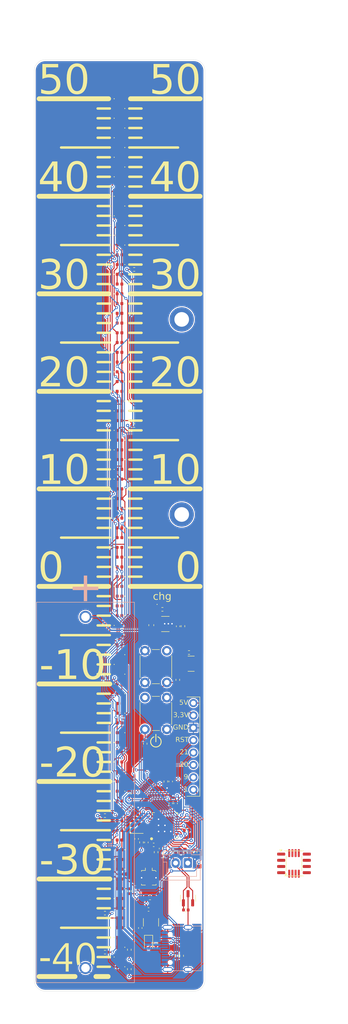
<source format=kicad_pcb>
(kicad_pcb (version 20240108) (generator "pcbnew") (generator_version "8.0")
  (layers (0 "F.Cu" signal) (31 "B.Cu" signal) (34 "B.Paste" user) (35 "F.Paste" user) (36 "B.SilkS" user "B.Silkscreen") (37 "F.SilkS" user "F.Silkscreen") (38 "B.Mask" user) (39 "F.Mask" user) (44 "Edge.Cuts" user))
  (net 0 "")
  (net 1 "Net-(U1-XTAL_N)")
  (net 2 "GND")
  (net 3 "EN")
  (net 4 "Net-(U1-XTAL_P)")
  (net 5 "Net-(U1-LNA_IN)")
  (net 6 "+3.3V")
  (net 7 "+5V")
  (net 8 "/blue")
  (net 9 "/purple")
  (net 10 "/l-blue")
  (net 11 "/celeste")
  (net 12 "/green")
  (net 13 "/beige")
  (net 14 "/red")
  (net 15 "/orange")
  (net 16 "/l-green")
  (net 17 "/cyan")
  (net 18 "D-")
  (net 19 "D+")
  (net 20 "IO21")
  (net 21 "IO20")
  (net 22 "IO9")
  (net 23 "IO1")
  (net 24 "IO2")
  (net 25 "Net-(U1-GPIO3{slash}ADC1_CH3)")
  (net 26 "IO4")
  (net 27 "IO5")
  (net 28 "IO6")
  (net 29 "IO7")
  (net 30 "IO8")
  (net 31 "IO10")
  (net 36 "IO0")
  (net 40 "Net-(C1-Pad1)")
  (net 42 "/CC2")
  (net 43 "/CC1")
  (net 45 "Net-(J4-In)")
  (net 46 "VBAT")
  (net 47 "Net-(D11-K)")
  (net 48 "Net-(U4-PROG)")
  (net 49 "Net-(U4-STAT)")
  (net 50 "VCC")
  (net 51 "Net-(U1-VDD_SPI{slash}GPIO11)")
  (footprint "LED_SMD:LED_0402_1005Metric" (layer "F.Cu") (at 101.785 48.5)
    (property "Reference" "D1" (hide yes))
    (property "Value" "~")
  )
  (footprint "Fiducial:Fiducial_1mm_Mask2mm" (layer "F.Cu") (at 117.3 229.5)
    (property "Reference" "FID1" (hide yes))
    (property "Value" "Fiducial_1mm_Mask2mm")
  )
  (footprint "LED_SMD:LED_0402_1005Metric" (layer "F.Cu") (at 101.785 50.5 180)
    (property "Reference" "D2" (hide yes))
    (property "Value" "~")
  )
  (footprint "Capacitor_SMD:C_0402_1005Metric" (layer "F.Cu") (at 115.57 198.5)
    (property "Reference" "C10" (hide yes))
    (property "Value" "100nF")
  )
  (footprint "Resistor_SMD:R_0402_1005Metric" (layer "F.Cu") (at 111.3 188.5 90)
    (property "Reference" "R13" (hide yes))
    (property "Value" "5,1kΩ")
  )
  (footprint "" (layer "F.Cu") (at 117.45 216.15)
    (property "Reference" "")
    (property "Value" "")
  )
  (footprint "LED_SMD:LED_0402_1005Metric" (layer "F.Cu") (at 101.785 132.5 180)
    (property "Reference" "D50" (hide yes))
    (property "Value" "~")
  )
  (footprint "Package_SO:MSOP-8_3x3mm_P0.65mm" (layer "F.Cu") (at 137.6 205.3 90)
    (property "Reference" "REF**" (hide yes))
    (property "Value" "MSOP-8_3x3mm_P0.65mm")
  )
  (footprint "LED_SMD:LED_0402_1005Metric" (layer "F.Cu") (at 101.785 120.5)
    (property "Reference" "D16" (hide yes))
    (property "Value" "~")
  )
  (footprint "LED_SMD:LED_0402_1005Metric" (layer "F.Cu") (at 101.785 142.5 180)
    (property "Reference" "D8" (hide yes))
    (property "Value" "~")
  )
  (footprint "Resistor_SMD:R_0402_1005Metric" (layer "F.Cu") (at 103.8 223 90)
    (property "Reference" "R9" (hide yes))
    (property "Value" "220")
  )
  (footprint "LED_SMD:LED_0402_1005Metric" (layer "F.Cu") (at 101.785 222.5 180)
    (property "Reference" "D85" (hide yes))
    (property "Value" "~")
  )
  (footprint "Capacitor_SMD:C_0402_1005Metric" (layer "F.Cu") (at 113.81 156.68 90)
    (property "Reference" "C14" (hide yes))
    (property "Value" "100nF")
  )
  (footprint "Capacitor_SMD:C_0402_1005Metric" (layer "F.Cu") (at 113.35 202.85 -90)
    (property "Reference" "C8" (hide yes))
    (property "Value" "100nF")
  )
  (footprint "LED_SMD:LED_0402_1005Metric" (layer "F.Cu") (at 101.785 58.5 180)
    (property "Reference" "D25" (hide yes))
    (property "Value" "~")
  )
  (footprint "TestPoint:TestPoint_Loop_D3.80mm_Drill2.0mm" (layer "F.Cu") (at 114.55 133.75)
    (property "Reference" "REF**" (hide yes))
    (property "Value" "TestPoint_Loop_D3.80mm_Drill2.0mm")
  )
  (footprint "MountingHole:MountingHole_2.1mm" (layer "F.Cu") (at 114.25 216.15)
    (property "Reference" "REF**" (hide yes))
    (property "Value" "MountingHole_2.1mm")
  )
  (footprint "Capacitor_SMD:C_0402_1005Metric" (layer "F.Cu") (at 113.3 193 90)
    (property "Reference" "C9" (hide yes))
    (property "Value" "100nF")
  )
  (footprint "Capacitor_SMD:C_0402_1005Metric" (layer "F.Cu") (at 108.8 201.5)
    (property "Reference" "C2" (hide yes))
    (property "Value" "NC")
  )
  (footprint "Capacitor_SMD:C_0402_1005Metric" (layer "F.Cu") (at 112.32 193 90)
    (property "Reference" "C7" (hide yes))
    (property "Value" "NC")
  )
  (footprint "Crystal:Crystal_SMD_2016-4Pin_2.0x1.6mm" (layer "F.Cu") (at 105.3 198)
    (property "Reference" "Y1" (hide yes))
    (property "Value" "Crystal")
  )
  (footprint "LED_SMD:LED_0402_1005Metric" (layer "F.Cu") (at 101.785 164.5)
    (property "Reference" "D22" (hide yes))
    (property "Value" "~")
  )
  (footprint "LED_SMD:LED_0402_1005Metric" (layer "F.Cu") (at 101.785 128.5 180)
    (property "Reference" "D38" (hide yes))
    (property "Value" "~")
  )
  (footprint "LED_SMD:LED_0402_1005Metric" (layer "F.Cu") (at 101.785 134.5)
    (property "Reference" "D51" (hide yes))
    (property "Value" "~")
  )
  (footprint "LED_SMD:LED_0402_1005Metric" (layer "F.Cu") (at 101.785 98.5 180)
    (property "Reference" "D37" (hide yes))
    (property "Value" "~")
  )
  (footprint "Resistor_SMD:R_0402_1005Metric" (layer "F.Cu") (at 117.3 203 -90)
    (property "Reference" "R15" (hide yes))
    (property "Value" "TBD")
  )
  (footprint "LED_SMD:LED_0402_1005Metric" (layer "F.Cu") (at 101.785 90.5 180)
    (property "Reference" "D15" (hide yes))
    (property "Value" "~")
  )
  (footprint "LED_SMD:LED_0402_1005Metric" (layer "F.Cu") (at 101.785 176.5)
    (property "Reference" "D54" (hide yes))
    (property "Value" "~")
  )
  (footprint "Resistor_SMD:R_0402_1005Metric" (layer "F.Cu") (at 109.25 221.6275 -90)
    (property "Reference" "RV1" (hide yes))
    (property "Value" "Varistor")
  )
  (footprint "Capacitor_SMD:C_0402_1005Metric" (layer "F.Cu") (at 112.3 188.5 90)
    (property "Reference" "C4" (hide yes))
    (property "Value" "1µF")
  )
  (footprint "Capacitor_SMD:C_0603_1608Metric" (layer "F.Cu") (at 108.31 156.45 -90)
    (property "Reference" "C15" (hide yes))
    (property "Value" "10uF")
  )
  (footprint "TestPoint:TestPoint_Loop_D3.80mm_Drill2.0mm" (layer "F.Cu") (at 114.55 93.75)
    (property "Reference" "REF**" (hide yes))
    (property "Value" "TestPoint_Loop_D3.80mm_Drill2.0mm")
  )
  (footprint "LED_SMD:LED_0402_1005Metric" (layer "F.Cu") (at 101.785 208.5)
    (property "Reference" "D86" (hide yes))
    (property "Value" "~")
  )
  (footprint "LED_SMD:LED_0402_1005Metric" (layer "F.Cu") (at 101.785 212.5)
    (property "Reference" "D62" (hide yes))
    (property "Value" "~")
  )
  (footprint "Resistor_SMD:R_0402_1005Metric" (layer "F.Cu") (at 106.3 201 90)
    (property "Reference" "FB1" (hide yes))
    (property "Value" "FerriteBead_Small")
  )
  (footprint "LED_SMD:LED_0402_1005Metric" (layer "F.Cu") (at 101.785 94.5 180)
    (property "Reference" "D27" (hide yes))
    (property "Value" "~")
  )
  (footprint "LED_SMD:LED_0402_1005Metric" (layer "F.Cu") (at 101.785 174.5 180)
    (property "Reference" "D45" (hide yes))
    (property "Value" "~")
  )
  (footprint "LED_SMD:LED_0402_1005Metric" (layer "F.Cu") (at 101.785 60.5)
    (property "Reference" "D34" (hide yes))
    (property "Value" "~")
  )
  (footprint "MountingHole:MountingHole_2.1mm" (layer "F.Cu") (at 114.25 209.65)
    (property "Reference" "REF**" (hide yes))
    (property "Value" "MountingHole_2.1mm")
  )
  (footprint "Capacitor_SMD:C_0603_1608Metric" (layer "F.Cu") (at 108.05 212.25)
    (property "Reference" "C18" (hide yes))
    (property "Value" "NC")
  )
  (footprint "LED_SMD:LED_0402_1005Metric" (layer "F.Cu") (at 101.785 152.5)
    (property "Reference" "D40" (hide yes))
    (property "Value" "~")
  )
  (footprint "LED_SMD:LED_0402_1005Metric" (layer "F.Cu") (at 101.785 100.5)
    (property "Reference" "D48" (hide yes))
    (property "Value" "~")
  )
  (footprint "LED_SMD:LED_0402_1005Metric" (layer "F.Cu") (at 101.785 210.5 180)
    (property "Reference" "D87" (hide yes))
    (property "Value" "~")
  )
  (footprint "LED_SMD:LED_0402_1005Metric" (layer "F.Cu") (at 101.785 170.5 180)
    (property "Reference" "D33" (hide yes))
    (property "Value" "~")
  )
  (footprint "LED_SMD:LED_0402_1005Metric" (layer "F.Cu") (at 101.785 154.5 180)
    (property "Reference" "D41" (hide yes))
    (property "Value" "~")
  )
  (footprint "Resistor_SMD:R_0402_1005Metric" (layer "F.Cu") (at 114.54519 224.24519 -90)
    (property "Reference" "R6" (hide yes))
    (property "Value" "5,1kΩ")
  )
  (footprint "LED_SMD:LED_0402_1005Metric" (layer "F.Cu") (at 101.785 160.5)
    (property "Reference" "D20" (hide yes))
    (property "Value" "~")
  )
  (footprint "LED_SMD:LED_0402_1005Metric" (layer "F.Cu") (at 101.785 148.5)
    (property "Reference" "D30" (hide yes))
    (property "Value" "~")
  )
  (footprint "LED_SMD:LED_0402_1005Metric" (layer "F.Cu") (at 110.59 152.19)
    (property "Reference" "D11" (hide yes))
    (property "Value" "LED_CHR")
  )
  (footprint "LED_SMD:LED_0402_1005Metric" (layer "F.Cu") (at 101.785 92.5)
    (property "Reference" "D26" (hide yes))
    (property "Value" "~")
  )
  (footprint "LED_SMD:LED_0402_1005Metric" (layer "F.Cu") (at 101.785 136.5 180)
    (property "Reference" "D60" (hide yes))
    (property "Value" "~")
  )
  (footprint "Resistor_SMD:R_0402_1005Metric" (layer "F.Cu") (at 103.8 211 90)
    (property "Reference" "R7" (hide yes))
    (property "Value" "220")
  )
  (footprint "Resistor_SMD:R_0402_1005Metric" (layer "F.Cu") (at 116.05 162.05 180)
    (property "Reference" "R18" (hide yes))
    (property "Value" "100K")
  )
  (footprint "Resistor_SMD:R_0402_1005Metric" (layer "F.Cu") (at 107.05 180.75 90)
    (property "Reference" "R11" (hide yes))
    (property "Value" "5,1kΩ")
  )
  (footprint "Package_TO_SOT_SMD:SOT-23-5" (layer "F.Cu") (at 108.25 217.3875 90)
    (property "Reference" "U2" (hide yes))
    (property "Value" "RT9080")
  )
  (footprint "LED_SMD:LED_0402_1005Metric" (layer "F.Cu") (at 101.785 102.5 180)
    (property "Reference" "D49" (hide yes))
    (property "Value" "~")
  )
  (footprint "Fiducial:Fiducial_1mm_Mask2mm" (layer "F.Cu") (at 86.55 50.75)
    (property "Reference" "FID2" (hide yes))
    (property "Value" "Fiducial_1mm_Mask2mm")
  )
  (footprint "Capacitor_SMD:C_0402_1005Metric" (layer "F.Cu") (at 115.4 214.85 180)
    (property "Reference" "C16" (hide yes))
    (property "Value" "100nF")
  )
  (footprint "Package_SO:SOP-8_3.9x4.9mm_P1.27mm" (layer "F.Cu") (at 137.6 205.3)
    (property "Reference" "REF**" (hide yes))
    (property "Value" "SOP-8_3.9x4.9mm_P1.27mm")
  )
  (footprint "LED_SMD:LED_0402_1005Metric" (layer "F.Cu") (at 101.785 146.5 180)
    (property "Reference" "D19" (hide yes))
    (property "Value" "~")
  )
  (footprint "LED_SMD:LED_0402_1005Metric" (layer "F.Cu") (at 101.785 114.5 180)
    (property "Reference" "D81" (hide yes))
    (property "Value" "~")
  )
  (footprint "Resistor_SMD:R_0402_1005Metric" (layer "F.Cu") (at 98.8 223.5 180)
    (property "Reference" "R14" (hide yes))
    (property "Value" "220")
  )
  (footprint "Capacitor_SMD:C_0402_1005Metric" (layer "F.Cu") (at 107.3 201 -90)
    (property "Reference" "C1" (hide yes))
    (property "Value" "100nF")
  )
  (footprint "LED_SMD:LED_0402_1005Metric" (layer "F.Cu") (at 101.785 178.5 180)
    (property "Reference" "D55" (hide yes))
    (property "Value" "~")
  )
  (footprint "Resistor_SMD:R_0402_1005Metric" (layer "F.Cu") (at 113.54519 224.23519 -90)
    (property "Reference" "R5" (hide yes))
    (property "Value" "5,1kΩ")
  )
  (footprint "LED_SMD:LED_0402_1005Metric" (layer "F.Cu") (at 101.785 130.5)
    (property "Reference" "D39" (hide yes))
    (property "Value" "~")
  )
  (footprint "Button_Switch_THT:SW_PUSH_6mm" (layer "F.Cu") (at 111.5 161.7 -90)
    (property "Reference" "SW3" (hide yes))
    (property "Value" "SW_MEC_5G")
  )
  (footprint "LED_SMD:LED_0402_1005Metric" (layer "F.Cu") (at 101.785 204.5)
    (property "Reference" "D74" (hide yes))
    (property "Value" "~")
  )
  (footprint "Connector_Coaxial:U.FL_Molex_MCRF_73412-0110_Vertical" (layer "F.Cu") (at 107.8 208.25 180)
    (property "Reference" "J4" (hide yes))
    (property "Value" "NC")
  )
  (footprint "LED_SMD:LED_0402_1005Metric" (layer "F.Cu") (at 101.785 126.5)
    (property "Reference" "D29" (hide yes))
    (property "Value" "~")
  )
  (footprint "LED_SMD:LED_0402_1005Metric" (layer "F.Cu") (at 101.785 156.5)
    (property "Reference" "D9" (hide yes))
    (property "Value" "~")
  )
  (footprint "LED_SMD:LED_0402_1005Metric" (layer "F.Cu") (at 101.785 112.5)
    (property "Reference" "D80" (hide yes))
    (property "Value" "~")
  )
  (footprint "LED_SMD:LED_0402_1005Metric" (layer "F.Cu") (at 101.785 80.5)
    (property "Reference" "D90" (hide yes))
    (property "Value" "~")
  )
  (footprint "Capacitor_SMD:C_0402_1005Metric" (layer "F.Cu") (at 110.3 202.25 90)
    (property "Reference" "C3" (hide yes))
    (property "Value" "100nF")
  )
  (footprint "Capacitor_SMD:C_0402_1005Metric" (layer "F.Cu") (at 105.3 200.27 90)
    (property "Reference" "C6" (hide yes))
    (property "Value" "TBD")
  )
  (footprint "LED_SMD:LED_0402_1005Metric" (layer "F.Cu") (at 101.785 168.5)
    (property "Reference" "D32" (hide yes))
    (property "Value" "~")
  )
  (footprint "LED_SMD:LED_0402_1005Metric" (layer "F.Cu") (at 101.785 190.5 180)
    (property "Reference" "D89" (hide yes))
    (property "Value" "~")
  )
  (footprint "LED_SMD:LED_0402_1005Metric" (layer "F.Cu") (at 101.785 198.5 180)
    (property "Reference" "D53" (hide yes))
    (property "Value" "~")
  )
  (footprint "LED_SMD:LED_0402_1005Metric" (layer "F.Cu") (at 101.785 150.5 180)
    (property "Reference" "D31" (hide yes))
    (property "Value" "~")
  )
  (footprint "LED_SMD:LED_0402_1005Metric" (layer "F.Cu") (at 101.785 72.5)
    (property "Reference" "D68" (hide yes))
    (property "Value" "~")
  )
  (footprint "Capacitor_SMD:C_0402_1005Metric" (layer "F.Cu") (at 105.53 196)
    (property "Reference" "C5" (hide yes))
    (property "Value" "TBD")
  )
  (footprint "LED_SMD:LED_0402_1005Metric" (layer "F.Cu") (at 101.785 192.5)
    (property "Reference" "D42" (hide yes))
    (property "Value" "~")
  )
  (footprint "LED_SMD:LED_0402_1005Metric" (layer "F.Cu") (at 101.785 206.5 180)
    (property "Reference" "D75" (hide yes))
    (property "Value" "~")
  )
  (footprint "Resistor_SMD:R_0402_1005Metric" (layer "F.Cu") (at 114.81 156.66 90)
    (property "Reference" "R16" (hide yes))
    (property "Value" "2K")
  )
  (footprint "LED_SMD:LED_0402_1005Metric" (layer "F.Cu") (at 101.785 54.5 180)
    (property "Reference" "D13" (hide yes))
    (property "Value" "~")
  )
  (footprint "Capacitor_SMD:C_0402_1005Metric" (layer "F.Cu") (at 107.75 214.75 180)
    (property "Reference" "C12" (hide yes))
    (property "Value" "1µF")
  )
  (footprint "Package_TO_SOT_SMD:SOT-23-5" (layer "F.Cu") (at 111.1975 156.21)
    (property "Reference" "U4" (hide yes))
    (property "Value" "MCP73831")
  )
  (footprint "LED_SMD:LED_0402_1005Metric" (layer "F.Cu") (at 101.785 118.5 180)
    (property "Reference" "D6" (hide yes))
    (property "Value" "~")
  )
  (footprint "Resistor_SMD:R_0402_1005Metric" (layer "F.Cu") (at 103.8 226.99 90)
    (property "Reference" "R12" (hide yes))
    (property "Value" "220")
  )
  (footprint "Button_Switch_THT:SW_PUSH_6mm" (layer "F.Cu") (at 107 177.8 90)
    (property "Reference" "SW1" (hide yes))
    (property "Value" "SW_MEC_5G")
  )
  (footprint "LED_SMD:LED_0402_1005Metric" (layer "F.Cu") (at 101.785 82.5 180)
    (property "Reference" "D91" (hide yes))
    (property "Value" "~")
  )
  (footprint "LED_SMD:LED_0402_1005Metric" (layer "F.Cu") (at 101.785 64.5)
    (property "Reference" "D46" (hide yes))
    (property "Value" "~")
  )
  (footprint "LED_SMD:LED_0402_1005Metric" (layer "F.Cu") (at 101.785 88.5)
    (property "Reference" "D14" (hide yes))
    (property "Value" "~")
  )
  (footprint "LED_SMD:LED_0402_1005Metric" (layer "F.Cu") (at 101.785 224.5)
    (property "Reference" "D82" (hide yes))
    (property "Value" "~")
  )
  (footprint "LED_SMD:LED_0402_1005Metric" (layer "F.Cu") (at 101.785 216.5)
    (property "Reference" "D72" (hide yes))
    (property "Value" "~")
  )
  (footprint "LED_SMD:LED_0402_1005Metric" (layer "F.Cu") (at 101.785 96.5)
    (property "Reference" "D36" (hide yes))
    (property "Value" "~")
  )
  (footprint "Fiducial:Fiducial_1mm_Mask2mm" (layer "F.Cu") (at 117.05 50.75)
    (property "Reference" "FID3" (hide yes))
    (property "Value" "Fiducial_1mm_Mask2mm")
  )
  (footprint "LED_SMD:LED_0402_1005Metric" (layer "F.Cu") (at 101.785 106.5 180)
    (property "Reference" "D59" (hide yes))
    (property "Value" "~")
  )
  (footprint "LED_SMD:LED_0402_1005Metric" (layer "F.Cu") (at 101.785 196.5)
    (property "Reference" "D52" (hide yes))
    (property "Value" "~")
  )
  (footprint "LED_SMD:LED_0402_1005Metric" (layer "F.Cu") (at 101.785 56.5)
    (property "Reference" "D24" (hide yes))
    (property "Value" "~")
  )
  (footprint "LED_SMD:LED_0402_1005Metric" (layer "F.Cu") (at 101.785 68.5)
    (property "Reference" "D56" (hide yes))
    (property "Value" "~")
  )
  (footprint "Resistor_SMD:R_0402_1005Metric" (layer "F.Cu") (at 98.8 195.5)
    (property "Reference" "R8" (hide yes))
    (property "Value" "220")
  )
  (footprint "LED_SMD:LED_0402_1005Metric" (layer "F.Cu") (at 101.785 138.5)
    (property "Reference" "D61" (hide yes))
    (property "Value" "~")
  )
  (footprint "LED_SMD:LED_0402_1005Metric" (layer "F.Cu") (at 101.785 62.5 180)
    (property "Reference" "D35" (hide yes))
    (property "Value" "~")
  )
  (footprint "LED_SMD:LED_0402_1005Metric" (layer "F.Cu") (at 101.785 122.5 180)
    (property "Reference" "D17" (hide yes))
    (property "Value" "~")
  )
  (footprint "LED_SMD:LED_0402_1005Metric" (layer "F.Cu") (at 101.785 86.5 180)
    (property "Reference" "D4" (hide yes))
    (property "Value" "~")
  )
  (footprint "Resistor_SMD:R_0402_1005Metric" (layer "F.Cu") (at 98.8 215.5 180)
    (property "Reference" "R10" (hide yes))
    (property "Value" "220")
  )
  (footprint "LED_SMD:LED_0402_1005Metric" (layer "F.Cu") (at 101.785 144.5)
    (property "Reference" "D18" (hide yes))
    (property "Value" "~")
  )
  (footprint "LED_SMD:LED_0402_1005Metric" (layer "F.Cu") (at 101.785 184.5)
    (property "Reference" "D76" (hide yes))
    (property "Value" "~")
  )
  (footprint "LED_SMD:LED_0402_1005Metric" (layer "F.Cu") (at 101.785 172.5)
    (property "Reference" "D44" (hide yes))
    (property "Value" "~")
  )
  (footprint "LED_SMD:LED_0402_1005Metric" (layer "F.Cu") (at 101.785 74.5 180)
    (property "Reference" "D69" (hide yes))
    (property "Value" "~")
  )
  (footprint "Capacitor_SMD:C_0402_1005Metric" (layer "F.Cu") (at 115.25 202.85 90)
    (property "Reference" "C17" (hide yes))
    (property "Value" "100nF")
  )
  (footprint "LED_SMD:LED_0402_1005Metric" (layer "F.Cu") (at 101.785 110.5 180)
    (property "Reference" "D71" (hide yes))
    (property "Value" "~")
  )
  (footprint "LED_SMD:LED_0402_1005Metric" (layer "F.Cu") (at 101.785 116.5)
    (property "Reference" "D5" (hide yes))
    (property "Value" "~")
  )
  (footprint "LED_SMD:LED_0402_1005Metric" (layer "F.Cu") (at 101.785 194.5 180)
    (property "Reference" "D43" (hide yes))
    (property "Value" "~")
  )
  (footprint "LED_SMD:LED_0402_1005Metric" (layer "F.Cu") (at 101.785 162.5 180)
    (property "Reference" "D21" (hide yes))
    (property "Value" "~")
  )
  (footprint "LED_SMD:LED_0402_1005Metric" (layer "F.Cu") (at 101.785 52.5)
    (property "Reference" "D12" (hide yes))
    (property "Value" "~")
  )
  (footprint "LED_SMD:LED_0402_1005Metric" (layer "F.Cu") (at 101.785 182.5 180)
    (property "Reference" "D67" (hide yes))
    (property "Value" "~")
  )
  (footprint "LED_SMD:LED_0402_1005Metric" (layer "F.Cu") (at 101.785 226.5 180)
    (property "Reference" "D83" (hide yes))
    (property "Value" "~")
  )
  (footprint "LED_SMD:LED_0402_1005Metric" (layer "F.Cu") (at 101.785 220.5)
    (property "Reference" "D84" (hide yes))
    (property "Value" "~")
  )
  (footprint "LED_SMD:LED_0402_1005Metric" (layer "F.Cu") (at 101.785 66.5 180)
    (property "Reference" "D47" (hide yes))
    (property "Value" "~")
  )
  (footprint "LED_SMD:LED_0402_1005Metric" (layer "F.Cu") (at 101.785 186.5 180)
    (property "Reference" "D77" (hide yes))
    (property "Value" "~")
  )
  (footprint "Connector_PinHeader_2.54mm:PinHeader_1x08_P2.54mm_Vertical" (layer "F.Cu") (at 116.95 172.42)
    (property "Reference" "J2" (hide yes))
    (property "Value" "Conn_01x08")
  )
  (footprint "Resistor_SMD:R_0402_1005Metric" (layer "F.Cu") (at 110.59 153.2)
    (property "Reference" "R17" (hide yes))
    (property "Value" "1K")
  )
  (footprint "Diode_SMD:D_SOD-323" (layer "F.Cu") (at 107.75 221.65 -90)
    (property "Reference" "D93" (hide yes))
    (property "Value" "D_Schottky_Small")
  )
  (footprint "Capacitor_SMD:C_0402_1005Metric" (layer "F.Cu") (at 110.8 203.75 180)
    (property "Reference" "C13" (hide yes))
    (property "Value" "100nF")
  )
  (footprint "LED_SMD:LED_0402_1005Metric" (layer "F.Cu") (at 101.785 158.5 180)
    (property "Reference" "D10" (hide yes))
    (property "Value" "~")
  )
  (footprint "Resistor_SMD:R_0402_1005Metric" (layer "F.Cu") (at 104.8 115.5 180)
    (property "Reference" "R2" (hide yes))
    (property "Value" "220")
  )
  (footprint "Resistor_SMD:R_0402_1005Metric" (layer "F.Cu") (at 109.3 203 -90)
    (property "Reference" "L1" (hide yes))
    (property "Value" "NC")
  )
  (footprint "" (layer "F.Cu") (at 112.75 212.95 90)
    (property "Reference" "")
    (property "Value" "")
  )
  (footprint "LED_SMD:LED_0402_1005Metric" (layer "F.Cu") (at 101.785 202.5 180)
    (property "Reference" "D65" (hide yes))
    (property "Value" "~")
  )
  (footprint "LED_SMD:LED_0402_1005Metric" (layer "F.Cu") (at 101.785 188.5)
    (property "Reference" "D88" (hide yes))
    (property "Value" "~")
  )
  (footprint "LED_SMD:LED_0402_1005Metric" (layer "F.Cu") (at 101.785 104.5)
    (property "Reference" "D58" (hide yes))
    (property "Value" "~")
  )
  (footprint "LED_SMD:LED_0402_1005Metric" (layer "F.Cu") (at 101.785 108.5)
    (property "Reference" "D70" (hide yes))
    (property "Value" "~")
  )
  (footprint "LED_SMD:LED_0402_1005Metric" (layer "F.Cu") (at 101.785 70.5 180)
    (property "Reference" "D57" (hide yes))
    (property "Value" "~")
  )
  (footprint "LED_SMD:LED_0402_1005Metric" (layer "F.Cu") (at 101.785 180.5)
    (property "Reference" "D66" (hide yes))
    (property "Value" "~")
  )
  (footprint "LED_SMD:LED_0402_1005Metric" (layer "F.Cu") (at 101.785 218.5 180)
    (property "Reference" "D73" (hide yes))
    (property "Value" "~")
  )
  (footprint "Resistor_SMD:R_0402_1005Metric" (layer "F.Cu") (at 98.8 167.25)
    (property "Reference" "R4" (hide yes))
    (property "Value" "220")
  )
  (footprint "LED_SMD:LED_0402_1005Metric" (layer "F.Cu") (at 101.785 140.5)
    (property "Reference" "D7" (hide yes))
    (property "Value" "~")
  )
  (footprint "LED_SMD:LED_0402_1005Metric" (layer "F.Cu") (at 101.785 76.5)
    (property "Reference" "D78" (hide yes))
    (property "Value" "~")
  )
  (footprint "Resistor_SMD:R_0402_1005Metric" (layer "F.Cu") (at 103.8 191 90)
    (property "Reference" "R3" (hide yes))
    (property "Value" "220")
  )
  (footprint "MountingHole:MountingHole_2.1mm" (layer "F.Cu") (at 117.45 209.65)
    (property "Reference" "REF**" (hide yes))
    (property "Value" "MountingHole_2.1mm")
  )
  (footprint "LED_SMD:LED_0402_1005Metric" (layer "F.Cu") (at 101.785 78.5 180)
    (property "Reference" "D79" (hide yes))
    (property "Value" "~")
  )
  (footprint "Package_TO_SOT_SMD:SOT-23" (layer "F.Cu") (at 116.4875 164.35)
    (property "Reference" "Q1" (hide yes))
    (property "Value" "BSS84")
  )
  (footprint "LED_SMD:LED_0402_1005Metric" (layer "F.Cu") (at 101.785 200.5)
    (property "Reference" "D64" (hide yes))
    (property "Value" "~")
  )
  (footprint "Package_DFN_QFN:QFN-32-1EP_5x5mm_P0.5mm_EP3.45x3.45mm" (layer "F.Cu") (at 111.1125 197.5 90)
    (property "Reference" "U1" (hide yes))
    (property "Value" "ESP32-C3")
  )
  (footprint "LED_SMD:LED_0402_1005Metric" (layer "F.Cu") (at 101.785 166.5 180)
    (property "Reference" "D23" (hide yes))
    (property "Value" "~")
  )
  (footprint "Resistor_SMD:R_0402_1005Metric" (layer "F.Cu") (at 113.75 167.66 -90)
    (property "Reference" "R19" (hide yes))
    (property "Value" "5,1kΩ")
  )
  (footprint "Capacitor_SMD:C_0402_1005Metric" (layer "F.Cu") (at 106.05 218.55 -90)
    (property "Reference" "C11" (hide yes))
    (property "Value" "1µF")
  )
  (footprint "LED_SMD:LED_0402_1005Metric" (layer "F.Cu") (at 101.785 124.5)
    (property "Reference" "D28" (hide yes))
    (property "Value" "~")
  )
  (footprint "LED_SMD:LED_0402_1005Metric" (layer "F.Cu") (at 101.785 214.5 180)
    (property "Reference" "D63" (hide yes))
    (property "Value" "~")
  )
  (footprint "LED_SMD:LED_0402_1005Metric" (layer "F.Cu") (at 101.785 84.5)
    (property "Reference" "D3" (hide yes))
    (property "Value" "~")
  )
  (footprint "Package_TO_SOT_SMD:SOT-23" (layer "F.Cu") (at 115.85 212.45 90)
    (property "Reference" "U3" (hide yes))
    (property "Value" "TC1047AxNB")
  )
  (footprint "Resistor_SMD:R_0402_1005Metric" (layer "F.Cu") (at 104.8 83.5)
    (property "Reference" "R1" (hide yes))
    (property "Value" "220")
  )
  (footprint "Connector_JST:JST_XH_B2B-XH-A_1x02_P2.50mm_Vertical" (layer "B.Cu") (at 115.8 205.225 180)
    (property "Reference" "J8" (hide yes))
    (property "Value" "Conn_01x02")
  )
  (footprint "Battery:BatteryHolder_MPD_BH-18650-PC2" (layer "B.Cu") (at 94.8 154.75 -90)
    (property "Reference" "BT1" (hide yes))
    (property "Value" "Battery_Cell")
  )
  (footprint "Connector_USB:USB_C_Receptacle_G-Switch_GT-USB-7010ASV" (layer "B.Cu") (at 114.79519 222.72519 -90)
    (property "Reference" "J1" (hide yes))
    (property "Value" "USB_C_Receptacle_USB2.0")
  )
  (gr_line (start 103.8 84.5) (end 106.3 84.5) (stroke (width 0.5)) (layer "F.SilkS"))
  (gr_line (start 103.8 132.5) (end 106.3 132.5) (stroke (width 0.5)) (layer "F.SilkS"))
  (gr_line (start 99.8 120.5) (end 97.3 120.5) (stroke (width 0.5)) (layer "F.SilkS"))
  (gr_line (start 99.8 126.5) (end 97.3 126.5) (stroke (width 0.5)) (layer "F.SilkS"))
  (gr_line (start 103.8 130.5) (end 106.3 130.5) (stroke (width 0.5)) (layer "F.SilkS"))
  (gr_line (start 99.8 170.5) (end 97.3 170.5) (stroke (width 0.5)) (layer "F.SilkS"))
  (gr_line (start 103.8 72.5) (end 106.3 72.5) (stroke (width 0.5)) (layer "F.SilkS"))
  (gr_line (start 99.8 202.5) (end 97.3 202.5) (stroke (width 0.5)) (layer "F.SilkS"))
  (gr_line (start 99.8 140.5) (end 97.3 140.5) (stroke (width 0.5)) (layer "F.SilkS"))
  (gr_line (start 85.3 188.5) (end 99.8 188.5) (stroke (width 1)) (layer "F.SilkS"))
  (gr_line (start 103.8 102.5) (end 106.3 102.5) (stroke (width 0.5)) (layer "F.SilkS"))
  (gr_line (start 103.8 134.5) (end 106.3 134.5) (stroke (width 0.5)) (layer "F.SilkS"))
  (gr_line (start 99.8 62.5) (end 97.3 62.5) (stroke (width 0.5)) (layer "F.SilkS"))
  (gr_line (start 85.3 108.5) (end 99.55 108.5) (stroke (width 1)) (layer "F.SilkS"))
  (gr_line (start 103.8 106.5) (end 106.3 106.5) (stroke (width 0.5)) (layer "F.SilkS"))
  (gr_line (start 99.8 156.5) (end 97.3 156.5) (stroke (width 0.5)) (layer "F.SilkS"))
  (gr_line (start 103.8 60.5) (end 106.3 60.5) (stroke (width 0.5)) (layer "F.SilkS"))
  (gr_line (start 103.8 70.5) (end 106.3 70.5) (stroke (width 0.5)) (layer "F.SilkS"))
  (gr_line (start 99.8 58.5) (end 89.8 58.5) (stroke (width 0.5)) (layer "F.SilkS"))
  (gr_line (start 99.8 166.5) (end 97.3 166.5) (stroke (width 0.5)) (layer "F.SilkS"))
  (gr_line (start 99.8 216.5) (end 97.3 216.5) (stroke (width 0.5)) (layer "F.SilkS"))
  (gr_line (start 103.8 50.5) (end 106.3 50.5) (stroke (width 0.5)) (layer "F.SilkS"))
  (gr_line (start 99.8 94.5) (end 97.3 94.5) (stroke (width 0.5)) (layer "F.SilkS"))
  (gr_line (start 85.3 168.5) (end 99.8 168.5) (stroke (width 1)) (layer "F.SilkS"))
  (gr_line (start 99.8 194.5) (end 97.3 194.5) (stroke (width 0.5)) (layer "F.SilkS"))
  (gr_line (start 85.3 88.5) (end 99.55 88.5) (stroke (width 1)) (layer "F.SilkS"))
  (gr_line (start 99.8 152.5) (end 97.3 152.5) (stroke (width 0.5)) (layer "F.SilkS"))
  (gr_line (start 103.8 126.5) (end 106.3 126.5) (stroke (width 0.5)) (layer "F.SilkS"))
  (gr_line (start 99.8 80.5) (end 97.3 80.5) (stroke (width 0.5)) (layer "F.SilkS"))
  (gr_line (start 99.8 138.5) (end 89.8 138.5) (stroke (width 0.5)) (layer "F.SilkS"))
  (gr_line (start 103.8 144.5) (end 106.3 144.5) (stroke (width 0.5)) (layer "F.SilkS"))
  (gr_line (start 99.8 178.5) (end 89.8 178.5) (stroke (width 0.5)) (layer "F.SilkS"))
  (gr_line (start 103.8 92.5) (end 106.3 92.5) (stroke (width 0.5)) (layer "F.SilkS"))
  (gr_line (start 99.8 154.5) (end 97.3 154.5) (stroke (width 0.5)) (layer "F.SilkS"))
  (gr_line (start 99.8 158.5) (end 89.8 158.5) (stroke (width 0.5)) (layer "F.SilkS"))
  (gr_line (start 103.8 142.5) (end 106.3 142.5) (stroke (width 0.5)) (layer "F.SilkS"))
  (gr_line (start 103.8 58.5) (end 113.8 58.5) (stroke (width 0.5)) (layer "F.SilkS"))
  (gr_line (start 99.8 160.5) (end 97.3 160.5) (stroke (width 0.5)) (layer "F.SilkS"))
  (gr_line (start 109.25 180.349999) (end 109.25 178.849999) (stroke (width 0.2)) (layer "F.SilkS"))
  (gr_line (start 99.8 72.5) (end 97.3 72.5) (stroke (width 0.5)) (layer "F.SilkS"))
  (gr_line (start 85.3 68.5) (end 99.55 68.5) (stroke (width 1)) (layer "F.SilkS"))
  (gr_line (start 103.8 110.5) (end 106.3 110.5) (stroke (width 0.5)) (layer "F.SilkS"))
  (gr_line (start 103.8 122.5) (end 106.3 122.5) (stroke (width 0.5)) (layer "F.SilkS"))
  (gr_line (start 99.8 174.5) (end 97.3 174.5) (stroke (width 0.5)) (layer "F.SilkS"))
  (gr_line (start 103.8 94.5) (end 106.3 94.5) (stroke (width 0.5)) (layer "F.SilkS"))
  (gr_line (start 99.8 172.5) (end 97.3 172.5) (stroke (width 0.5)) (layer "F.SilkS"))
  (gr_line (start 99.8 144.5) (end 97.3 144.5) (stroke (width 0.5)) (layer "F.SilkS"))
  (gr_line (start 99.8 82.5) (end 97.3 82.5) (stroke (width 0.5)) (layer "F.SilkS"))
  (gr_line (start 99.8 192.5) (end 97.3 192.5) (stroke (width 0.5)) (layer "F.SilkS"))
  (gr_line (start 103.8 138.5) (end 113.8 138.5) (stroke (width 0.5)) (layer "F.SilkS"))
  (gr_poly (pts (xy 95.154689 221.560789) (xy 95.449916 221.643633) (xy 95.717012 221.781707) (xy 95.955979 221.97501) (xy 96.166816 222.223542) (xy 96.230844 222.31866) (xy 96.374806 222.580832) (xy 96.494369 222.876421) (xy 96.58953 223.205426) (xy 96.648091 223.49269) (xy 96.691036 223.80134) (xy 96.718365 224.131377) (xy 96.730077 224.482801) (xy 96.730565 224.573998) (xy 96.722757 224.928707) (xy 96.699332 225.262305) (xy 96.660292 225.574791) (xy 96.605635 225.866165) (xy 96.55 226.15) (xy 96.25 225.95) (xy 93.45 226.05) (xy 93.160711 226.224103) (xy 93.072204 225.914233) (xy 93.013643 225.625859) (xy 92.971053 225.316464) (xy 92.944435 224.986049) (xy 92.933787 224.634614) (xy 92.933565 224.573998) (xy 93.60621 224.573998) (xy 93.613263 224.895758) (xy 93.63442 225.205976) (xy 93.669683 225.504655) (xy 93.71905 225.791793) (xy 93.45 226.05) (xy 96.25 225.95) (xy 95.94508 225.791793) (xy 95.999627 225.467951) (xy 96.033126 225.16783) (xy 96.05252 224.856169) (xy 96.05792 224.573998) (xy 96.050867 224.248392) (xy 96.02971 223.935425) (xy 95.994447 223.635098) (xy 95.94508 223.347411) (xy 95.869551 223.048144) (xy 95.757352 222.75614) (xy 95.599552 222.484193) (xy 95.566992 222.440293) (xy 95.339205 222.230435) (xy 95.053715 222.117434) (xy 94.831332 222.09591) (xy 94.536654 222.136604) (xy 94.26693 222.273819) (xy 94.100069 222.440293) (xy 93.934052 222.702857) (xy 93.814983 222.986331) (xy 93.733762 223.277922) (xy 93.71905 223.347411) (xy 93.664504 223.671948) (xy 93.631004 223.973855) (xy 93.61161 224.288401) (xy 93.60621 224.573998) (xy 92.933565 224.573998) (xy 92.939004 224.274223) (xy 92.959886 223.934329) (xy 92.996431 223.616073) (xy 93.048638 223.319455) (xy 93.129341 223.00075) (xy 93.156315 222.915101) (xy 93.263585 222.634463) (xy 93.410223 222.351859) (xy 93.582505 222.109921) (xy 93.806978 221.88635) (xy 94.06101 221.715625) (xy 94.341704 221.600775) (xy 94.649059 221.541797) (xy 94.831332 221.533175)) (fill solid) (layer "F.SilkS"))
  (gr_line (start 99.8 112.5) (end 97.3 112.5) (stroke (width 0.5)) (layer "F.SilkS"))
  (gr_line (start 99.8 180.5) (end 97.3 180.5) (stroke (width 0.5)) (layer "F.SilkS"))
  (gr_line (start 99.8 50.5) (end 97.3 50.5) (stroke (width 0.5)) (layer "F.SilkS"))
  (gr_line (start 99.8 136.5) (end 97.3 136.5) (stroke (width 0.5)) (layer "F.SilkS"))
  (gr_line (start 103.8 62.5) (end 106.3 62.5) (stroke (width 0.5)) (layer "F.SilkS"))
  (gr_line (start 99.8 98.5) (end 89.8 98.5) (stroke (width 0.5)) (layer "F.SilkS"))
  (gr_line (start 85.3 228.5) (end 92.65 228.5) (stroke (width 1)) (layer "F.SilkS"))
  (gr_line (start 99.8 90.5) (end 97.3 90.5) (stroke (width 0.5)) (layer "F.SilkS"))
  (gr_line (start 99.8 190.5) (end 97.3 190.5) (stroke (width 0.5)) (layer "F.SilkS"))
  (gr_line (start 99.8 54.5) (end 97.3 54.5) (stroke (width 0.5)) (layer "F.SilkS"))
  (gr_line (start 103.8 96.5) (end 106.3 96.5) (stroke (width 0.5)) (layer "F.SilkS"))
  (gr_line (start 99.8 176.5) (end 97.3 176.5) (stroke (width 0.5)) (layer "F.SilkS"))
  (gr_line (start 99.8 114.5) (end 97.3 114.5) (stroke (width 0.5)) (layer "F.SilkS"))
  (gr_line (start 103.8 116.5) (end 106.3 116.5) (stroke (width 0.5)) (layer "F.SilkS"))
  (gr_line (start 99.8 182.5) (end 97.3 182.5) (stroke (width 0.5)) (layer "F.SilkS"))
  (gr_line (start 103.8 74.5) (end 106.3 74.5) (stroke (width 0.5)) (layer "F.SilkS"))
  (gr_line (start 99.8 184.5) (end 97.3 184.5) (stroke (width 0.5)) (layer "F.SilkS"))
  (gr_line (start 99.8 110.5) (end 97.3 110.5) (stroke (width 0.5)) (layer "F.SilkS"))
  (gr_line (start 99.8 78.5) (end 89.8 78.5) (stroke (width 0.5)) (layer "F.SilkS"))
  (gr_line (start 103.8 114.5) (end 106.3 114.5) (stroke (width 0.5)) (layer "F.SilkS"))
  (gr_line (start 99.8 196.5) (end 97.3 196.5) (stroke (width 0.5)) (layer "F.SilkS"))
  (gr_line (start 103.8 136.5) (end 106.3 136.5) (stroke (width 0.5)) (layer "F.SilkS"))
  (gr_line (start 85.3 208.5) (end 99.8 208.5) (stroke (width 1)) (layer "F.SilkS"))
  (gr_line (start 99.8 150.5) (end 97.3 150.5) (stroke (width 0.5)) (layer "F.SilkS"))
  (gr_line (start 103.8 76.5) (end 106.3 76.5) (stroke (width 0.5)) (layer "F.SilkS"))
  (gr_line (start 99.8 214.5) (end 97.3 214.5) (stroke (width 0.5)) (layer "F.SilkS"))
  (gr_line (start 99.8 226.5) (end 97.3 226.5) (stroke (width 0.5)) (layer "F.SilkS"))
  (gr_line (start 118.3 148.5) (end 104.05 148.5) (stroke (width 1)) (layer "F.SilkS"))
  (gr_line (start 99.8 106.5) (end 97.3 106.5) (stroke (width 0.5)) (layer "F.SilkS"))
  (gr_line (start 99.8 210.5) (end 97.3 210.5) (stroke (width 0.5)) (layer "F.SilkS"))
  (gr_line (start 99.8 224.5) (end 97.3 224.5) (stroke (width 0.5)) (layer "F.SilkS"))
  (gr_line (start 103.8 66.5) (end 106.3 66.5) (stroke (width 0.5)) (layer "F.SilkS"))
  (gr_line (start 99.8 198.5) (end 89.8 198.5) (stroke (width 0.5)) (layer "F.SilkS"))
  (gr_line (start 99.8 86.5) (end 97.3 86.5) (stroke (width 0.5)) (layer "F.SilkS"))
  (gr_line (start 99.8 220.5) (end 97.3 220.5) (stroke (width 0.5)) (layer "F.SilkS"))
  (gr_poly (pts (xy 87.492323 225.337501) (xy 85.534473 225.337501) (xy 85.534473 224.74106) (xy 87.492323 224.74106)) (fill solid) (layer "F.SilkS"))
  (gr_line (start 103.8 118.5) (end 113.8 118.5) (stroke (width 0.5)) (layer "F.SilkS"))
  (gr_line (start 103.8 86.5) (end 106.3 86.5) (stroke (width 0.5)) (layer "F.SilkS"))
  (gr_line (start 99.8 164.5) (end 97.3 164.5) (stroke (width 0.5)) (layer "F.SilkS"))
  (gr_line (start 96.95 228.5) (end 99.45 228.5) (stroke (width 1)) (layer "F.SilkS"))
  (gr_line (start 99.8 122.5) (end 97.3 122.5) (stroke (width 0.5)) (layer "F.SilkS"))
  (gr_line (start 99.8 96.5) (end 97.3 96.5) (stroke (width 0.5)) (layer "F.SilkS"))
  (gr_line (start 103.8 82.5) (end 106.3 82.5) (stroke (width 0.5)) (layer "F.SilkS"))
  (gr_line (start 103.8 54.5) (end 106.3 54.5) (stroke (width 0.5)) (layer "F.SilkS"))
  (gr_line (start 85.3 128.5) (end 99.55 128.5) (stroke (width 1)) (layer "F.SilkS"))
  (gr_line (start 103.8 100.5) (end 106.3 100.5) (stroke (width 0.5)) (layer "F.SilkS"))
  (gr_line (start 99.8 130.5) (end 97.3 130.5) (stroke (width 0.5)) (layer "F.SilkS"))
  (gr_line (start 99.8 92.5) (end 97.3 92.5) (stroke (width 0.5)) (layer "F.SilkS"))
  (gr_line (start 99.8 74.5) (end 97.3 74.5) (stroke (width 0.5)) (layer "F.SilkS"))
  (gr_line (start 99.8 60.5) (end 97.3 60.5) (stroke (width 0.5)) (layer "F.SilkS"))
  (gr_line (start 103.8 98.5) (end 113.8 98.5) (stroke (width 0.5)) (layer "F.SilkS"))
  (gr_line (start 99.8 142.5) (end 97.3 142.5) (stroke (width 0.5)) (layer "F.SilkS"))
  (gr_line (start 103.8 146.5) (end 106.3 146.5) (stroke (width 0.5)) (layer "F.SilkS"))
  (gr_line (start 103.8 140.5) (end 106.3 140.5) (stroke (width 0.5)) (layer "F.SilkS"))
  (gr_line (start 99.8 146.5) (end 97.3 146.5) (stroke (width 0.5)) (layer "F.SilkS"))
  (gr_line (start 99.8 118.5) (end 89.8 118.5) (stroke (width 0.5)) (layer "F.SilkS"))
  (gr_line (start 103.8 52.5) (end 106.3 52.5) (stroke (width 0.5)) (layer "F.SilkS"))
  (gr_line (start 118.3 48.5) (end 104.05 48.5) (stroke (width 1)) (layer "F.SilkS"))
  (gr_line (start 99.8 124.5) (end 97.3 124.5) (stroke (width 0.5)) (layer "F.SilkS"))
  (gr_line (start 85.3 148.5) (end 99.55 148.5) (stroke (width 1)) (layer "F.SilkS"))
  (gr_line (start 99.8 76.5) (end 97.3 76.5) (stroke (width 0.5)) (layer "F.SilkS"))
  (gr_line (start 99.8 100.5) (end 97.3 100.5) (stroke (width 0.5)) (layer "F.SilkS"))
  (gr_line (start 99.8 56.5) (end 97.3 56.5) (stroke (width 0.5)) (layer "F.SilkS"))
  (gr_arc (start 109.65 179.35) (mid 109.255691 181.427018) (end 108.839455 179.354283) (stroke (width 0.2)) (layer "F.SilkS"))
  (gr_line (start 103.8 90.5) (end 106.3 90.5) (stroke (width 0.5)) (layer "F.SilkS"))
  (gr_line (start 103.8 56.5) (end 106.3 56.5) (stroke (width 0.5)) (layer "F.SilkS"))
  (gr_line (start 99.8 104.5) (end 97.3 104.5) (stroke (width 0.5)) (layer "F.SilkS"))
  (gr_line (start 99.8 64.5) (end 97.3 64.5) (stroke (width 0.5)) (layer "F.SilkS"))
  (gr_line (start 99.8 212.5) (end 97.3 212.5) (stroke (width 0.5)) (layer "F.SilkS"))
  (gr_line (start 85.3 48.5) (end 99.55 48.5) (stroke (width 1)) (layer "F.SilkS"))
  (gr_line (start 118.3 68.5) (end 104.05 68.5) (stroke (width 1)) (layer "F.SilkS"))
  (gr_line (start 103.8 64.5) (end 106.3 64.5) (stroke (width 0.5)) (layer "F.SilkS"))
  (gr_line (start 99.8 52.5) (end 97.3 52.5) (stroke (width 0.5)) (layer "F.SilkS"))
  (gr_line (start 99.8 222.5) (end 97.3 222.5) (stroke (width 0.5)) (layer "F.SilkS"))
  (gr_line (start 99.8 200.5) (end 97.3 200.5) (stroke (width 0.5)) (layer "F.SilkS"))
  (gr_line (start 118.3 88.5) (end 104.05 88.5) (stroke (width 1)) (layer "F.SilkS"))
  (gr_line (start 99.8 204.5) (end 97.3 204.5) (stroke (width 0.5)) (layer "F.SilkS"))
  (gr_line (start 103.8 78.5) (end 113.8 78.5) (stroke (width 0.5)) (layer "F.SilkS"))
  (gr_line (start 99.8 116.5) (end 97.3 116.5) (stroke (width 0.5)) (layer "F.SilkS"))
  (gr_line (start 99.8 102.5) (end 97.3 102.5) (stroke (width 0.5)) (layer "F.SilkS"))
  (gr_line (start 103.8 112.5) (end 106.3 112.5) (stroke (width 0.5)) (layer "F.SilkS"))
  (gr_line (start 99.8 132.5) (end 97.3 132.5) (stroke (width 0.5)) (layer "F.SilkS"))
  (gr_line (start 99.8 162.5) (end 97.3 162.5) (stroke (width 0.5)) (layer "F.SilkS"))
  (gr_line (start 99.8 218.5) (end 89.8 218.5) (stroke (width 0.5)) (layer "F.SilkS"))
  (gr_line (start 99.8 70.5) (end 97.3 70.5) (stroke (width 0.5)) (layer "F.SilkS"))
  (gr_line (start 118.3 128.5) (end 104.05 128.5) (stroke (width 1)) (layer "F.SilkS"))
  (gr_line (start 103.8 80.5) (end 106.3 80.5) (stroke (width 0.5)) (layer "F.SilkS"))
  (gr_line (start 103.8 104.5) (end 106.3 104.5) (stroke (width 0.5)) (layer "F.SilkS"))
  (gr_line (start 103.8 124.5) (end 106.3 124.5) (stroke (width 0.5)) (layer "F.SilkS"))
  (gr_line (start 99.8 66.5) (end 97.3 66.5) (stroke (width 0.5)) (layer "F.SilkS"))
  (gr_line (start 103.8 120.5) (end 106.3 120.5) (stroke (width 0.5)) (layer "F.SilkS"))
  (gr_line (start 99.8 206.5) (end 97.3 206.5) (stroke (width 0.5)) (layer "F.SilkS"))
  (gr_line (start 99.8 134.5) (end 97.3 134.5) (stroke (width 0.5)) (layer "F.SilkS"))
  (gr_line (start 99.8 84.5) (end 97.3 84.5) (stroke (width 0.5)) (layer "F.SilkS"))
  (gr_poly (pts (xy 91.355268 225.422498) (xy 92.068946 225.422498) (xy 92.068946 225.933942) (xy 91.355268 225.933942) (xy 91.355268 227.48) (xy 90.742707 227.48) (xy 90.742707 225.933942) (xy 88.121004 225.933942) (xy 88.121004 225.530942) (xy 88.166602 225.422498) (xy 88.751151 225.422498) (xy 90.742707 225.422498) (xy 90.742707 222.372882) (xy 90.533742 222.604928) (xy 90.340018 222.837188) (xy 90.179972 223.04113) (xy 90.002943 223.277979) (xy 89.829063 223.521411) (xy 89.658332 223.771426) (xy 89.624563 223.822219) (xy 89.461388 224.077271) (xy 89.307086 224.333182) (xy 89.161656 224.589952) (xy 89.133635 224.641409) (xy 88.987941 224.918834) (xy 88.857139 225.186908) (xy 88.751151 225.422498) (xy 88.166602 225.422498) (xy 88.239984 225.247975) (xy 88.372791 224.969996) (xy 88.512384 224.70293) (xy 88.545987 224.641409) (xy 88.705338 224.359067) (xy 88.857105 224.10323) (xy 89.018396 223.842814) (xy 89.167341 223.611193) (xy 89.344569 223.346403) (xy 89.527477 223.08546) (xy 89.716063 222.828364) (xy 89.910327 222.575115) (xy 90.109172 222.328826) (xy 90.310031 222.094078) (xy 90.512905 221.870871) (xy 90.717794 221.659204) (xy 91.355268 221.659204)) (fill solid) (layer "F.SilkS"))
  (gr_line (start 99.8 186.5) (end 97.3 186.5) (stroke (width 0.5)) (layer "F.SilkS"))
  (gr_line (start 118.3 108.5) (end 104.05 108.5) (stroke (width 1)) (layer "F.SilkS"))
  (gr_arc (start 119.3 229.25) (mid 118.64099 230.84099) (end 117.05 231.5) (stroke (width 0.05)) (layer "Edge.Cuts"))
  (gr_line (start 84.3 229.25) (end 84.3 42.75) (stroke (width 0.05)) (layer "Edge.Cuts"))
  (gr_arc (start 84.3 42.75) (mid 84.95901 41.15901) (end 86.55 40.5) (stroke (width 0.05)) (layer "Edge.Cuts"))
  (gr_arc (start 86.55 231.5) (mid 84.95901 230.84099) (end 84.3 229.25) (stroke (width 0.05)) (layer "Edge.Cuts"))
  (gr_line (start 117.05 231.5) (end 86.55 231.5) (stroke (width 0.05)) (layer "Edge.Cuts"))
  (gr_arc (start 117.05 40.5) (mid 118.64099 41.15901) (end 119.3 42.75) (stroke (width 0.05)) (layer "Edge.Cuts"))
  (gr_line (start 86.55 40.5) (end 117.05 40.5) (stroke (width 0.05)) (layer "Edge.Cuts"))
  (gr_line (start 119.3 42.75) (end 119.3 229.25) (stroke (width 0.05)) (layer "Edge.Cuts"))
  (gr_text "+" (at 94.8 152.55 0) (layer "B.SilkS") (effects (font (size 6 6) (thickness 0.3)) (justify bottom mirror)))
  (gr_text "20" (at 115.018248 185.641 0) (layer "F.SilkS") (effects (font (size 1 1) (thickness 0.25)) (justify bottom)))
  (gr_text "5V" (at 114.968423 172.941 0) (layer "F.SilkS") (effects (font (size 1 1) (thickness 0.25)) (justify bottom)))
  (gr_text "40" (at 85.05 68.5 0) (layer "F.SilkS") (effects (font (size 6 6) (thickness 0.3)) (justify left bottom)))
  (gr_text "chg" (at 110.55 151.5 0) (layer "F.SilkS") (effects (font (size 1.5 1.5) (thickness 0.25)) (justify bottom)))
  (gr_text "10" (at 118.55 128.5 0) (layer "F.SilkS") (effects (font (size 6 6) (thickness 0.3)) (justify right bottom)))
  (gr_text "30" (at 85.05 88.5 0) (layer "F.SilkS") (effects (font (size 6 6) (thickness 0.3)) (justify left bottom)))
  (gr_text "30" (at 118.55 88.5 0) (layer "F.SilkS") (effects (font (size 6 6) (thickness 0.3)) (justify right bottom)))
  (gr_text "20" (at 118.55 108.5 0) (layer "F.SilkS") (effects (font (size 6 6) (thickness 0.3)) (justify right bottom)))
  (gr_text "0" (at 118.55 148.5 0) (layer "F.SilkS") (effects (font (size 6 6) (thickness 0.3)) (justify right bottom)))
  (gr_text "1" (at 115.412945 190.721 0) (layer "F.SilkS") (effects (font (size 1 1) (thickness 0.25)) (justify bottom)))
  (gr_text "-30" (at 85.3 208.5 0) (layer "F.SilkS") (effects (font (size 6 6) (thickness 0.3)) (justify left bottom)))
  (gr_text "RST" (at 114.616713 180.561 0) (layer "F.SilkS") (effects (font (size 1 1) (thickness 0.25)) (justify bottom)))
  (gr_text "50" (at 85.05 48.5 0) (layer "F.SilkS") (effects (font (size 6 6) (thickness 0.3)) (justify left bottom)))
  (gr_text "0" (at 85.05 148.5 0) (layer "F.SilkS") (effects (font (size 6 6) (thickness 0.3)) (justify left bottom)))
  (gr_text "3,3V" (at 114.401779 175.481 0) (layer "F.SilkS") (effects (font (size 1 1) (thickness 0.25)) (justify bottom)))
  (gr_text "50" (at 118.55 48.5 0) (layer "F.SilkS") (effects (font (size 6 6) (thickness 0.3)) (justify right bottom)))
  (gr_text "9" (at 115.412945 188.181 0) (layer "F.SilkS") (effects (font (size 1 1) (thickness 0.25)) (justify bottom)))
  (gr_text "20" (at 85.05 108.5 0) (layer "F.SilkS") (effects (font (size 6 6) (thickness 0.3)) (justify left bottom)))
  (gr_text "21" (at 115.018248 183.101 0) (layer "F.SilkS") (effects (font (size 1 1) (thickness 0.25)) (justify bottom)))
  (gr_text "10" (at 85.05 128.5 0) (layer "F.SilkS") (effects (font (size 6 6) (thickness 0.3)) (justify left bottom)))
  (gr_text "-20" (at 85.3 188.5 0) (layer "F.SilkS") (effects (font (size 6 6) (thickness 0.3)) (justify left bottom)))
  (gr_text "-10" (at 85.3 168.5 0) (layer "F.SilkS") (effects (font (size 6 6) (thickness 0.3)) (justify left bottom)))
  (gr_text "40" (at 118.55 68.5 0) (layer "F.SilkS") (effects (font (size 6 6) (thickness 0.3)) (justify right bottom)))
  (gr_text "GND" (at 114.35 178.021 0) (layer "F.SilkS") (effects (font (size 1 1) (thickness 0.25)) (justify bottom)))
  (segment (start 108.675 197.75) (end 106.3 197.75) (width 0.2) (layer "F.Cu") (net 1))
  (segment (start 106 197.45) (end 106 196.01) (width 0.2) (layer "F.Cu") (net 1))
  (segment (start 106.3 197.75) (end 106 197.45) (width 0.2) (layer "F.Cu") (net 1))
  (segment (start 106 196.01) (end 106.01 196) (width 0.2) (layer "F.Cu") (net 1))
  (segment (start 115.85 218.385) (end 115.87019 218.40519) (width 0.2) (layer "F.Cu") (net 2))
  (segment (start 115.85 211.5125) (end 115.85 218.385) (width 0.2) (layer "F.Cu") (net 2))
  (via (at 112.56 156.16) (size 0.6) (drill 0.3) (layers "F.Cu" "B.Cu") (net 2))
  (via (at 111.1125 197.5) (size 0.6) (drill 0.3) (layers "F.Cu" "B.Cu") (net 2))
  (via (at 117.25 204.45) (size 0.6) (drill 0.3) (layers "F.Cu" "B.Cu") (net 2))
  (via (at 109.8 197.5) (size 0.6) (drill 0.3) (layers "F.Cu" "B.Cu") (net 2))
  (via (at 112.3 198.75) (size 0.6) (drill 0.3) (layers "F.Cu" "B.Cu") (net 2))
  (via (at 106.325 208.25) (size 0.6) (drill 0.3) (layers "F.Cu" "B.Cu") (net 2))
  (via (at 105.625735 193.825735) (size 0.6) (drill 0.3) (layers "F.Cu" "B.Cu") (net 2))
  (via (at 111.06 156.16) (size 0.6) (drill 0.3) (layers "F.Cu" "B.Cu") (net 2))
  (via (at 109.8 198.75) (size 0.6) (drill 0.3) (layers "F.Cu" "B.Cu") (net 2))
  (via (at 112.75 191.4) (size 0.6) (drill 0.3) (layers "F.Cu" "B.Cu") (net 2))
  (via (at 109.8 196.25) (size 0.6) (drill 0.3) (layers "F.Cu" "B.Cu") (net 2))
  (via (at 111.55 189.85) (size 0.6) (drill 0.3) (layers "F.Cu" "B.Cu") (net 2))
  (via (at 111.05 198.75) (size 0.6) (drill 0.3) (layers "F.Cu" "B.Cu") (net 2))
  (via (at 109.275 208.25) (size 0.6) (drill 0.3) (layers "F.Cu" "B.Cu") (net 2))
  (via (at 112.098255 204.371785) (size 0.6) (drill 0.3) (layers "F.Cu" "B.Cu") (net 2))
  (via (at 111.81 156.16) (size 0.6) (drill 0.3) (layers "F.Cu" "B.Cu") (net 2))
  (via (at 114.418526 203.549999) (size 0.6) (drill 0.3) (layers "F.Cu" "B.Cu") (net 2))
  (segment (start 105.75147 193.7) (end 105.625735 193.825735) (width 0.2) (layer "B.Cu") (net 2))
  (segment (start 111.07019 226.46519) (end 111.67019 227.06519) (width 0.2) (layer "B.Cu") (net 2))
  (segment (start 111.07019 219.02519) (end 111.67019 218.42519) (width 0.2) (layer "B.Cu") (net 2))
  (segment (start 111.07019 225.94519) (end 111.07019 226.46519) (width 0.2) (layer "B.Cu") (net 2))
  (segment (start 111.07019 219.54519) (end 111.07019 219.02519) (width 0.2) (layer "B.Cu") (net 2))
  (segment (start 115.849999 201.25) (end 116.8 201.25) (width 0.2) (layer "F.Cu") (net 3))
  (segment (start 116.8 201.25) (end 117.25 200.8) (width 0.2) (layer "F.Cu") (net 3))
  (segment (start 117.25 200.8) (end 117.25 192.45) (width 0.2) (layer "F.Cu") (net 3))
  (segment (start 115.58 200.980001) (end 115.849999 201.25) (width 0.2) (layer "F.Cu") (net 3))
  (segment (start 112.3625 199.9375) (end 112.3625 200.389386) (width 0.2) (layer "F.Cu") (net 3))
  (segment (start 113.79 187.99) (end 111.3 187.99) (width 0.2) (layer "F.Cu") (net 3))
  (segment (start 117.25 192.45) (end 113.8 189) (width 0.2) (layer "F.Cu") (net 3))
  (segment (start 113.8 188) (end 113.79 187.99) (width 0.2) (layer "F.Cu") (net 3))
  (segment (start 113.8 189) (end 113.8 188) (width 0.2) (layer "F.Cu") (net 3))
  (segment (start 112.953115 200.980001) (end 115.58 200.980001) (width 0.2) (layer "F.Cu") (net 3))
  (segment (start 112.3625 200.389386) (end 112.953115 200.980001) (width 0.2) (layer "F.Cu") (net 3))
  (via (at 113.8 188) (size 0.6) (drill 0.3) (layers "F.Cu" "B.Cu") (net 3))
  (segment (start 113.8 183.29) (end 117.05 180.04) (width 0.2) (layer "B.Cu") (net 3))
  (segment (start 113.8 188) (end 113.8 183.29) (width 0.2) (layer "B.Cu") (net 3))
  (segment (start 106.51 199.79) (end 108.05 198.25) (width 0.2) (layer "F.Cu") (net 4))
  (segment (start 105.3 199.25) (end 104.6 198.55) (width 0.2) (layer "F.Cu") (net 4))
  (segment (start 108.05 198.25) (end 108.675 198.25) (width 0.2) (layer "F.Cu") (net 4))
  (segment (start 105.3 199.79) (end 105.3 199.25) (width 0.2) (layer "F.Cu") (net 4))
  (segment (start 105.3 199.79) (end 106.51 199.79) (width 0.2) (layer "F.Cu") (net 4))
  (segment (start 109.28 202.47) (end 109.3 202.49) (width 0.5) (layer "F.Cu") (net 5))
  (segment (start 109.28 201.5) (end 109.28 199.945) (width 0.5) (layer "F.Cu") (net 5))
  (segment (start 109.28 199.945) (end 109.2875 199.9375) (width 0.5) (layer "F.Cu") (net 5))
  (segment (start 109.28 201.5) (end 109.28 202.47) (width 0.5) (layer "F.Cu") (net 5))
  (segment (start 115.65 210.15) (end 114.9 210.9) (width 0.2) (layer "F.Cu") (net 6))
  (segment (start 113.5 166.9) (end 110.961522 166.9) (width 0.2) (layer "F.Cu") (net 6))
  (segment (start 110.3 201.77) (end 110.3625 201.7075) (width 0.3) (layer "F.Cu") (net 6))
  (segment (start 110.961522 166.9) (end 109.05 168.811522) (width 0.2) (layer "F.Cu") (net 6))
  (segment (start 107.3 214.525) (end 107.275 214.5) (width 0.3) (layer "F.Cu") (net 6))
  (segment (start 114.84 198.25) (end 113.55 198.25) (width 0.2) (layer "F.Cu") (net 6))
  (segment (start 114.9 210.9) (end 114.9 213.3875) (width 0.2) (layer "F.Cu") (net 6))
  (segment (start 113.75 167.15) (end 113.5 166.9) (width 0.2) (layer "F.Cu") (net 6))
  (segment (start 114.9075 212.795) (end 114.9 212.7875) (width 0.2) (layer "F.Cu") (net 6))
  (segment (start 114.92 214.85) (end 114.92 213.4075) (width 0.2) (layer "F.Cu") (net 6))
  (segment (start 113.91 192.87) (end 113.3 193.48) (width 0.2) (layer "F.Cu") (net 6))
  (segment (start 115.25 199.25) (end 115.09 199.09) (width 0.2) (layer "F.Cu") (net 6))
  (segment (start 110.3625 201.7075) (end 110.3625 199.9375) (width 0.3) (layer "F.Cu") (net 6))
  (segment (start 111.09038 202.20962) (end 111.9375 203.05674) (width 0.2) (layer "F.Cu") (net 6))
  (segment (start 113.630762 191.449999) (end 113.91 191.729237) (width 0.2) (layer "F.Cu") (net 6))
  (segment (start 114.37 167.77) (end 114.37 172.38) (width 0.2) (layer "F.Cu") (net 6))
  (segment (start 113.91 191.729237) (end 113.91 192.87) (width 0.2) (layer "F.Cu") (net 6))
  (segment (start 115.09 199.09) (end 115.09 198.5) (width 0.2) (layer "F.Cu") (net 6))
  (segment (start 110.05 189) (end 111.29 189) (width 0.2) (layer "F.Cu") (net 6))
  (segment (start 115.65 208.1) (end 115.65 210.15) (width 0.2) (layer "F.Cu") (net 6))
  (segment (start 109.05 168.811522) (end 109.05 179.26) (width 0.2) (layer "F.Cu") (net 6))
  (segment (start 111.9375 203.05674) (end 111.9375 203.3625) (width 0.2) (layer "F.Cu") (net 6))
  (segment (start 105.37647 191.342157) (end 106.642157 191.342157) (width 0.2) (layer "F.Cu") (net 6))
  (segment (start 107.275 213.5) (end 107.275 214.5) (width 0.3) (layer "F.Cu") (net 6))
  (segment (start 111.28 203.75) (end 111.55 203.75) (width 0.2) (layer "F.Cu") (net 6))
  (segment (start 111.9375 203.3625) (end 113.3 204.725) (width 0.2) (layer "F.Cu") (net 6))
  (segment (start 115.09 198.5) (end 114.84 198.25) (width 0.2) (layer "F.Cu") (net 6))
  (segment (start 107.3 216.25) (end 107.3 214.525) (width 0.3) (layer "F.Cu") (net 6))
  (segment (start 104.65 186.85) (end 104.65 185.85) (width 0.2) (layer "F.Cu") (net 6))
  (segment (start 110.65076 201.77) (end 110.3 201.77) (width 0.2) (layer "F.Cu") (net 6))
  (segment (start 109.05 179.26) (end 107.05 181.26) (width 0.2) (layer "F.Cu") (net 6))
  (segment (start 112.8625 193.9175) (end 112.8625 195.0625) (width 0.2) (layer "F.Cu") (net 6))
  (segment (start 104.65 185.85) (end 107.05 183.45) (width 0.2) (layer "F.Cu") (net 6))
  (segment (start 107.275 212.25) (end 107.275 213.5) (width 0.3) (layer "F.Cu") (net 6))
  (segment (start 106.642157 191.342157) (end 108.984314 189) (width 0.2) (layer "F.Cu") (net 6))
  (segment (start 110.3625 199.9375) (end 109.8875 199.9375) (width 0.3) (layer "F.Cu") (net 6))
  (segment (start 107.05 183.45) (end 107.05 181.26) (width 0.2) (layer "F.Cu") (net 6))
  (segment (start 108.984314 189) (end 110.05 189) (width 0.2) (layer "F.Cu") (net 6))
  (segment (start 104.7 186.9) (end 104.65 186.85) (width 0.2) (layer "F.Cu") (net 6))
  (segment (start 104.941421 187.141421) (end 104.941421 190.907108) (width 0.2) (layer "F.Cu") (net 6))
  (segment (start 106.3 201.51) (end 106.3 202.55) (width 0.2) (layer "F.Cu") (net 6))
  (segment (start 111.55 203.75) (end 111.9375 203.3625) (width 0.2) (layer "F.Cu") (net 6))
  (segment (start 113.3 193.48) (end 112.8625 193.9175) (width 0.2) (layer "F.Cu") (net 6))
  (segment (start 113.3 204.725) (end 113.3 205.75) (width 0.2) (layer "F.Cu") (net 6))
  (segment (start 114.37 172.38) (end 116.95 174.96) (width 0.2) (layer "F.Cu") (net 6))
  (segment (start 104.941421 190.907108) (end 105.37647 191.342157) (width 0.2) (layer "F.Cu") (net 6))
  (segment (start 114.92 213.4075) (end 114.9 213.3875) (width 0.2) (layer "F.Cu") (net 6))
  (segment (start 113.75 167.15) (end 114.37 167.77) (width 0.2) (layer "F.Cu") (net 6))
  (segment (start 104.7 186.9) (end 104.941421 187.141421) (width 0.2) (layer "F.Cu") (net 6))
  (segment (start 113.3 205.75) (end 115.65 208.1) (width 0.2) (layer "F.Cu") (net 6))
  (segment (start 111.09038 202.20962) (end 110.65076 201.77) (width 0.2) (layer "F.Cu") (net 6))
  (via (at 111.09038 202.20962) (size 0.7) (drill 0.3) (layers "F.Cu" "B.Cu") (net 6))
  (via (at 106.3 202.55) (size 0.7) (drill 0.3) (layers "F.Cu" "B.Cu") (net 6))
  (via (at 115.25 199.25) (size 0.7) (drill 0.3) (layers "F.Cu" "B.Cu") (net 6))
  (via (at 107.275 213.5) (size 0.6) (drill 0.3) (layers "F.Cu" "B.Cu") (net 6))
  (via (at 104.7 186.9) (size 0.6) (drill 0.3) (layers "F.Cu" "B.Cu") (net 6))
  (via (at 110.05 189) (size 0.7) (drill 0.3) (layers "F.Cu" "B.Cu") (net 6))
  (via (at 113.630762 191.449999) (size 0.7) (drill 0.3) (layers "F.Cu" "B.Cu") (net 6))
  (segment (start 104.7 204.15) (end 104.7 210.95) (width 0.2) (layer "B.Cu") (net 6))
  (segment (start 104.7 210.95) (end 109.384314 210.95) (width 0.2) (layer "B.Cu") (net 6))
  (segment (start 113.630762 191.449999) (end 113.080761 192) (width 0.2) (layer "B.Cu") (net 6))
  (segment (start 114.423187 200.580001) (end 112.924131 200.580001) (width 0.2) (layer "B.Cu") (net 6))
  (segment (start 110.298255 210.036059) (end 110.298255 203.001745) (width 0.2) (layer "B.Cu") (net 6))
  (segment (start 104.7 210.95) (end 104.7 212) (width 0.2) (layer "B.Cu") (net 6))
  (segment (start 104.7 187.631372) (end 113.918628 196.85) (width 0.2) (layer "B.Cu") (net 6))
  (segment (start 106.2 213.5) (end 107.275 213.5) (width 0.2) (layer "B.Cu") (net 6))
  (segment (start 109.384314 210.95) (end 110.298255 210.036059) (width 0.2) (layer "B.Cu") (net 6))
  (segment (start 112.719999 200.580001) (end 112.924131 200.580001) (width 0.2) (layer "B.Cu") (net 6))
  (segment (start 110.05 189.55) (end 110.05 189) (width 0.2) (layer "B.Cu") (net 6))
  (segment (start 115.25 199.25) (end 115.25 199.753188) (width 0.2) (layer "B.Cu") (net 6))
  (segment (start 110.298255 203.001745) (end 111.09038 202.20962) (width 0.2) (layer "B.Cu") (net 6))
  (segment (start 106.3 202.55) (end 104.7 204.15) (width 0.2) (layer "B.Cu") (net 6))
  (segment (start 115.25 199.753188) (end 114.423187 200.580001) (width 0.2) (layer "B.Cu") (net 6))
  (segment (start 113.918628 197.918628) (end 115.25 199.25) (width 0.2) (layer "B.Cu") (net 6))
  (segment (start 113.918628 196.85) (end 113.918628 197.918628) (width 0.2) (layer "B.Cu") (net 6))
  (segment (start 113.080761 192) (end 112.5 192) (width 0.2) (layer "B.Cu") (net 6))
  (segment (start 111.09038 202.20962) (end 112.719999 200.580001) (width 0.2) (layer "B.Cu") (net 6))
  (segment (start 104.7 212) (end 106.2 213.5) (width 0.2) (layer "B.Cu") (net 6))
  (segment (start 112.5 192) (end 110.05 189.55) (width 0.2) (layer "B.Cu") (net 6))
  (segment (start 104.7 186.9) (end 104.7 187.631372) (width 0.2) (layer "B.Cu") (net 6))
  (segment (start 117.05 172.42) (end 118.62 172.42) (width 0.2) (layer "F.Cu") (net 7))
  (segment (start 118.7 165.35) (end 118.7 172.5) (width 0.2) (layer "F.Cu") (net 7))
  (segment (start 107.75 222.6175) (end 107.75 222.7) (width 0.2) (layer "F.Cu") (net 7))
  (segment (start 117.096572 220.703428) (end 112.79519 220.703428) (width 0.2) (layer "F.Cu") (net 7))
  (segment (start 118.9 172.7) (end 118.9 218.9) (width 0.2) (layer "F.Cu") (net 7))
  (segment (start 112.79519 220.703428) (end 109.664072 220.703428) (width 0.3) (layer "F.Cu") (net 7))
  (segment (start 118.9 218.9) (end 117.096572 220.703428) (width 0.2) (layer "F.Cu") (net 7))
  (segment (start 115.95 154.65) (end 115.95 158.27) (width 0.2) (layer "F.Cu") (net 7))
  (segment (start 111.035 152.15) (end 111.06 152.175) (width 0.2) (layer "F.Cu") (net 7))
  (segment (start 118.7 163.45) (end 118.7 165.35) (width 0.2) (layer "F.Cu") (net 7))
  (segment (start 113.49 152.19) (end 115.95 154.65) (width 0.2) (layer "F.Cu") (net 7))
  (segment (start 118.65 163.4) (end 118.7 163.45) (width 0.2) (layer "F.Cu") (net 7))
  (segment (start 113.81 157.16) (end 112.335 157.16) (width 0.5) (layer "F.Cu") (net 7))
  (segment (start 115.54 162.05) (end 115.54 163.39) (width 0.2) (layer "F.Cu") (net 7))
  (segment (start 115.95 158.27) (end 115.185 159.035) (width 0.2) (layer "F.Cu") (net 7))
  (segment (start 118.7 172.5) (end 118.9 172.7) (width 0.2) (layer "F.Cu") (net 7))
  (segment (start 109.25 221.1175) (end 107.75 222.6175) (width 0.2) (layer "F.Cu") (net 7))
  (segment (start 113.81 157.16) (end 113.81 157.66) (width 0.2) (layer "F.Cu") (net 7))
  (segment (start 118.62 172.42) (end 118.7 172.5) (width 0.2) (layer "F.Cu") (net 7))
  (segment (start 115.54 163.39) (end 115.55 163.4) (width 0.2) (layer "F.Cu") (net 7))
  (segment (start 115.55 163.4) (end 118.65 163.4) (width 0.2) (layer "F.Cu") (net 7))
  (segment (start 113.81 157.66) (end 118.71 162.56) (width 0.2) (layer "F.Cu") (net 7))
  (segment (start 118.7 162.55) (end 118.7 163.45) (width 0.2) (layer "F.Cu") (net 7))
  (segment (start 109.664072 220.703428) (end 109.25 221.1175) (width 0.3) (layer "F.Cu") (net 7))
  (segment (start 111.075 152.19) (end 113.49 152.19) (width 0.2) (layer "F.Cu") (net 7))
  (via (at 112.79519 220.703428) (size 0.7) (drill 0.3) (layers "F.Cu" "B.Cu") (net 7))
  (segment (start 112.79519 220.703428) (end 112.503427 220.703428) (width 0.2) (layer "B.Cu") (net 7))
  (segment (start 113.03557 221.235571) (end 113.03557 223.965496) (width 0.2) (layer "B.Cu") (net 7))
  (segment (start 112.055876 224.94519) (end 111.34519 224.94519) (width 0.2) (layer "B.Cu") (net 7))
  (segment (start 113.03557 223.965496) (end 112.055876 224.94519) (width 0.2) (layer "B.Cu") (net 7))
  (segment (start 112.79519 220.995191) (end 113.03557 221.235571) (width 0.2) (layer "B.Cu") (net 7))
  (segment (start 112.79519 220.703428) (end 112.79519 220.995191) (width 0.2) (layer "B.Cu") (net 7))
  (segment (start 111.25519 220.51019) (end 111.07019 220.32519) (width 0.2) (layer "B.Cu") (net 7))
  (segment (start 112.503427 220.703428) (end 112.310189 220.51019) (width 0.2) (layer "B.Cu") (net 7))
  (segment (start 112.310189 220.51019) (end 111.25519 220.51019) (width 0.2) (layer "B.Cu") (net 7))
  (segment (start 102.27 111.125) (end 102.27 112.5) (width 0.2) (layer "F.Cu") (net 8))
  (segment (start 102.27 114.5) (end 102.27 114.49) (width 0.2) (layer "F.Cu") (net 8))
  (segment (start 101.3 50.5) (end 99.301 52.499) (width 0.2) (layer "F.Cu") (net 8))
  (segment (start 102.27 110.5) (end 102.27 111.125) (width 0.2) (layer "F.Cu") (net 8))
  (segment (start 102.27 104.5) (end 102.27 102.5) (width 0.2) (layer "F.Cu") (net 8))
  (segment (start 102.27 96.5) (end 102.27 98.5) (width 0.2) (layer "F.Cu") (net 8))
  (segment (start 99.301 83.067529) (end 99.8826 83.649129) (width 0.2) (layer "F.Cu") (net 8))
  (segment (start 102.27 110.5) (end 102.27 108.5) (width 0.2) (layer "F.Cu") (net 8))
  (segment (start 102.27 96.5) (end 102.27 94.5) (width 0.2) (layer "F.Cu") (net 8))
  (segment (start 99.8041 109.9606) (end 100.9685 111.125) (width 0.2) (layer "F.Cu") (net 8))
  (segment (start 102.27 102.5) (end 102.27 100.5) (width 0.2) (layer "F.Cu") (net 8))
  (segment (start 101.3 48.5) (end 101.3 50.5) (width 0.2) (layer "F.Cu") (net 8))
  (segment (start 99.8826 83.649129) (end 99.8826 108.795671) (width 0.2) (layer "F.Cu") (net 8))
  (segment (start 99.8826 108.795671) (end 99.8041 108.874171) (width 0.2) (layer "F.Cu") (net 8))
  (segment (start 102.27 90.5) (end 102.27 92.5) (width 0.2) (layer "F.Cu") (net 8))
  (segment (start 102.27 88.5) (end 102.27 90.5) (width 0.2) (layer "F.Cu") (net 8))
  (segment (start 102.27 86.5) (end 102.27 88.5) (width 0.2) (layer "F.Cu") (net 8))
  (segment (start 102.27 94.5) (end 102.27 92.5) (width 0.2) (layer "F.Cu") (net 8))
  (segment (start 99.301 52.499) (end 99.301 83.067529) (width 0.2) (layer "F.Cu") (net 8))
  (segment (start 104.29 114.99) (end 104.29 115.5) (width 0.2) (layer "F.Cu") (net 8))
  (segment (start 102.27 84.5) (end 102.27 86.5) (width 0.2) (layer "F.Cu") (net 8))
  (segment (start 100.9685 111.125) (end 102.27 111.125) (width 0.2) (layer "F.Cu") (net 8))
  (segment (start 102.27 106.5) (end 102.27 104.5) (width 0.2) (layer "F.Cu") (net 8))
  (segment (start 99.8041 108.874171) (end 99.8041 109.9606) (width 0.2) (layer "F.Cu") (net 8))
  (segment (start 102.27 114.49) (end 102.27 112.5) (width 0.2) (layer "F.Cu") (net 8))
  (segment (start 102.27 114.49) (end 103.79 114.49) (width 0.2) (layer "F.Cu") (net 8))
  (segment (start 102.27 98.5) (end 102.27 100.5) (width 0.2) (layer "F.Cu") (net 8))
  (segment (start 102.27 108.5) (end 102.27 106.5) (width 0.2) (layer "F.Cu") (net 8))
  (segment (start 103.79 114.49) (end 104.29 114.99) (width 0.2) (layer "F.Cu") (net 8))
  (segment (start 102.27 56.5) (end 100.6303 54.8603) (width 0.2) (layer "F.Cu") (net 9))
  (segment (start 102.27 82.49) (end 104.3 82.49) (width 0.2) (layer "F.Cu") (net 9))
  (segment (start 102.27 62.5) (end 102.27 60.5) (width 0.2) (layer "F.Cu") (net 9))
  (segment (start 104.3 82.49) (end 105.31 83.5) (width 0.2) (layer "F.Cu") (net 9))
  (segment (start 100.9599 51.8742) (end 102.27 51.8742) (width 0.2) (layer "F.Cu") (net 9))
  (segment (start 100.6303 54.8603) (end 100.6303 52.2038) (width 0.2) (layer "F.Cu") (net 9))
  (segment (start 102.27 72.5) (end 102.27 70.5) (width 0.2) (layer "F.Cu") (net 9))
  (segment (start 102.27 82.49) (end 102.27 80.5) (width 0.2) (layer "F.Cu") (net 9))
  (segment (start 102.27 64.5) (end 102.27 62.5) (width 0.2) (layer "F.Cu") (net 9))
  (segment (start 102.27 76.5) (end 102.27 74.5) (width 0.2) (layer "F.Cu") (net 9))
  (segment (start 102.27 76.5) (end 102.27 78.5) (width 0.2) (layer "F.Cu") (net 9))
  (segment (start 102.27 51.8742) (end 102.27 50.5) (width 0.2) (layer "F.Cu") (net 9))
  (segment (start 102.27 74.5) (end 102.27 72.5) (width 0.2) (layer "F.Cu") (net 9))
  (segment (start 102.27 58.5) (end 102.27 56.5) (width 0.2) (layer "F.Cu") (net 9))
  (segment (start 102.27 82.5) (end 102.27 82.49) (width 0.2) (layer "F.Cu") (net 9))
  (segment (start 102.27 52.5) (end 102.27 51.8742) (width 0.2) (layer "F.Cu") (net 9))
  (segment (start 100.6303 52.2038) (end 100.9599 51.8742) (width 0.2) (layer "F.Cu") (net 9))
  (segment (start 102.27 70.5) (end 102.27 68.5) (width 0.2) (layer "F.Cu") (net 9))
  (segment (start 102.27 78.5) (end 102.27 80.5) (width 0.2) (layer "F.Cu") (net 9))
  (segment (start 102.27 66.5) (end 102.27 64.5) (width 0.2) (layer "F.Cu") (net 9))
  (segment (start 102.27 50.5) (end 102.27 48.5) (width 0.2) (layer "F.Cu") (net 9))
  (segment (start 102.27 68.5) (end 102.27 66.5) (width 0.2) (layer "F.Cu") (net 9))
  (segment (start 102.27 52.5) (end 102.27 54.5) (width 0.2) (layer "F.Cu") (net 9))
  (segment (start 102.27 58.5) (end 102.27 60.5) (width 0.2) (layer "F.Cu") (net 9))
  (segment (start 102.27 184.5) (end 102.27 186.5) (width 0.2) (layer "F.Cu") (net 10))
  (segment (start 99.3793 93.4664) (end 99.1761 93.2632) (width 0.2) (layer "F.Cu") (net 10))
  (segment (start 102.8 183.407) (end 102.2701 182.8771) (width 0.2) (layer "F.Cu") (net 10))
  (segment (start 102.27 190.5) (end 102.27 190.49) (width 0.2) (layer "F.Cu") (net 10))
  (segment (start 102.27 168.5) (end 102.27 167.822) (width 0.2) (layer "F.Cu") (net 10))
  (segment (start 101.7 175.07) (end 101.7 175.93) (width 0.2) (layer "F.Cu") (net 10))
  (segment (start 100.963052 167.88) (end 100.573052 168.27) (width 0.2) (layer "F.Cu") (net 10))
  (segment (start 101.3 112.5) (end 99.3793 110.5793) (width 0.2) (layer "F.Cu") (net 10))
  (segment (start 102.27 182.8771) (end 102.27 182.5) (width 0.2) (layer "F.Cu") (net 10))
  (segment (start 102.27 190.49) (end 103.8 190.49) (width 0.2) (layer "F.Cu") (net 10))
  (segment (start 98.5837 166.017376) (end 98.5837 140.650614) (width 0.2) (layer "F.Cu") (net 10))
  (segment (start 97.72 167.618924) (end 97.72 166.881076) (width 0.2) (layer "F.Cu") (net 10))
  (segment (start 97.72 166.881076) (end 98.5837 166.017376) (width 0.2) (layer "F.Cu") (net 10))
  (segment (start 102.27 172.5) (end 102.27 174.5) (width 0.2) (layer "F.Cu") (net 10))
  (segment (start 101.3 82.5) (end 101.393 82.407) (width 0.2) (layer "F.Cu") (net 10))
  (segment (start 102.27 180.5) (end 102.27 182.5) (width 0.2) (layer "F.Cu") (net 10))
  (segment (start 102.27 170.5) (end 102.27 168.5) (width 0.2) (layer "F.Cu") (net 10))
  (segment (start 102.27 167.85) (end 102.24 167.88) (width 0.2) (layer "F.Cu") (net 10))
  (segment (start 100.573052 168.27) (end 98.371076 168.27) (width 0.2) (layer "F.Cu") (net 10))
  (segment (start 100.6843 83.7968) (end 101.3 83.1811) (width 0.2) (layer "F.Cu") (net 10))
  (segment (start 101.393 80.593) (end 101.3 80.5) (width 0.2) (layer "F.Cu") (net 10))
  (segment (start 101.1756 91.3317) (end 100.6843 90.8404) (width 0.2) (layer "F.Cu") (net 10))
  (segment (start 101.7 175.93) (end 102.27 176.5) (width 0.2) (layer "F.Cu") (net 10))
  (segment (start 98.371076 168.27) (end 97.72 167.618924) (width 0.2) (layer "F.Cu") (net 10))
  (segment (start 102.8 183.97) (end 102.8 183.407) (width 0.2) (layer "F.Cu") (net 10))
  (segment (start 102.2701 182.8771) (end 102.27 182.8771) (width 0.2) (layer "F.Cu") (net 10))
  (segment (start 102.27 178.5) (end 102.27 176.5) (width 0.2) (layer "F.Cu") (net 10))
  (segment (start 102.27 166.5) (end 102.27 164.5) (width 0.2) (layer "F.Cu") (net 10))
  (segment (start 102.27 180.5) (end 102.27 178.5) (width 0.2) (layer "F.Cu") (net 10))
  (segment (start 102.27 190.49) (end 102.27 188.5) (width 0.2) (layer "F.Cu") (net 10))
  (segment (start 101.3 83.1811) (end 101.3 82.5) (width 0.2) (layer "F.Cu") (net 10))
  (segment (start 101.393 82.407) (end 101.393 80.593) (width 0.2) (layer "F.Cu") (net 10))
  (segment (start 102.27 184.5) (end 102.8 183.97) (width 0.2) (layer "F.Cu") (net 10))
  (segment (start 102.27 186.5) (end 102.27 188.5) (width 0.2) (layer "F.Cu") (net 10))
  (segment (start 99.4708 116.3292) (end 101.3 114.5) (width 0.2) (layer "F.Cu") (net 10))
  (segment (start 99.3793 110.5793) (end 99.3793 93.4664) (width 0.2) (layer "F.Cu") (net 10))
  (segment (start 102.27 174.5) (end 101.7 175.07) (width 0.2) (layer "F.Cu") (net 10))
  (segment (start 102.24 167.88) (end 100.963052 167.88) (width 0.2) (layer "F.Cu") (net 10))
  (segment (start 100.6843 90.8404) (end 100.6843 83.7968) (width 0.2) (layer "F.Cu") (net 10))
  (segment (start 102.27 172.5) (end 102.27 170.5) (width 0.2) (layer "F.Cu") (net 10))
  (segment (start 98.5837 140.650614) (end 99.4708 139.763514) (width 0.2) (layer "F.Cu") (net 10))
  (segment (start 101.3 112.5) (end 101.3 114.5) (width 0.2) (layer "F.Cu") (net 10))
  (segment (start 102.27 167.822) (end 102.27 166.5) (width 0.2) (layer "F.Cu") (net 10))
  (segment (start 99.4708 139.763514) (end 99.4708 116.3292) (width 0.2) (layer "F.Cu") (net 10))
  (via (at 101.1756 91.3317) (size 0.6) (drill 0.3) (layers "F.Cu" "B.Cu") (net 10))
  (via (at 99.1761 93.2632) (size 0.6) (drill 0.3) (layers "F.Cu" "B.Cu") (net 10))
  (segment (start 99.2441 93.2632) (end 99.1761 93.2632) (width 0.2) (layer "B.Cu") (net 10))
  (segment (start 101.1756 91.3317) (end 99.2441 93.2632) (width 0.2) (layer "B.Cu") (net 10))
  (segment (start 101.3 128.5) (end 101.3 130.5) (width 0.2) (layer "F.Cu") (net 11))
  (segment (start 105.784314 116.765685) (end 106.28 116.27) (width 0.2) (layer "F.Cu") (net 11))
  (segment (start 101.6016 134.8016) (end 101.3 134.5) (width 0.2) (layer "F.Cu") (net 11))
  (segment (start 101.3 166.5) (end 101.3 164.5) (width 0.2) (layer "F.Cu") (net 11))
  (segment (start 98.9786 166.9186) (end 99.31 167.25) (width 0.2) (layer "F.Cu") (net 11))
  (segment (start 101.3 126.5) (end 100.6725 125.8725) (width 0.2) (layer "F.Cu") (net 11))
  (segment (start 100.6725 125.8725) (end 100.6725 124.1537) (width 0.2) (layer "F.Cu") (net 11))
  (segment (start 106.28 116.27) (end 106.28 112.414314) (width 0.2) (layer "F.Cu") (net 11))
  (segment (start 102.27 116.5) (end 102.2993 116.5) (width 0.2) (layer "F.Cu") (net 11))
  (segment (start 103.05 56.25) (end 103.05 80.301076) (width 0.2) (layer "F.Cu") (net 11))
  (segment (start 101.6016 136.1984) (end 101.6016 134.8016) (width 0.2) (layer "F.Cu") (net 11))
  (segment (start 98.9786 166.49) (end 98.9786 166.9186) (width 0.2) (layer "F.Cu") (net 11))
  (segment (start 101.3 138.5) (end 98.9837 140.8163) (width 0.2) (layer "F.Cu") (net 11))
  (segment (start 106.28 112.414314) (end 103.8586 109.992914) (width 0.2) (layer "F.Cu") (net 11))
  (segment (start 101.3 132.5) (end 101.3 130.5) (width 0.2) (layer "F.Cu") (net 11))
  (segment (start 105.5159 117.0341) (end 105.55 117) (width 0.2) (layer "F.Cu") (net 11))
  (segment (start 104.4392 92.7056) (end 104.4392 85.6918) (width 0.2) (layer "F.Cu") (net 11))
  (segment (start 102.27 123.8283) (end 102.27 122.5) (width 0.2) (layer "F.Cu") (net 11))
  (segment (start 101.29 166.49) (end 98.9786 166.49) (width 0.2) (layer "F.Cu") (net 11))
  (segment (start 101.3 166.5) (end 101.29 166.49) (width 0.2) (layer "F.Cu") (net 11))
  (segment (start 101.3 138.5) (end 101.3 136.5) (width 0.2) (layer "F.Cu") (net 11))
  (segment (start 98.9837 140.8163) (end 98.9837 166.4849) (width 0.2) (layer "F.Cu") (net 11))
  (segment (start 100.9979 123.8283) (end 102.27 123.8283) (width 0.2) (layer "F.Cu") (net 11))
  (segment (start 102.27 118.5) (end 102.27 120.5) (width 0.2) (layer "F.Cu") (net 11))
  (segment (start 101.3 136.5) (end 101.6016 136.1984) (width 0.2) (layer "F.Cu") (net 11))
  (segment (start 102.27 124.5) (end 102.27 123.8283) (width 0.2) (layer "F.Cu") (net 11))
  (segment (start 103.8586 93.2862) (end 104.4392 92.7056) (width 0.2) (layer "F.Cu") (net 11))
  (segment (start 101.3 134.5) (end 101.3 132.5) (width 0.2) (layer "F.Cu") (net 11))
  (segment (start 105.88 84.251) (end 104.4392 85.6918) (width 0.2) (layer "F.Cu") (net 11))
  (segment (start 102.2993 116.5) (end 102.8334 117.0341) (width 0.2) (layer "F.Cu") (net 11))
  (segment (start 104.4392 85.6918) (end 103.5135 84.766) (width 0.2) (layer "F.Cu") (net 11))
  (segment (start 101.3 52.5) (end 101.3 54.5) (width 0.2) (layer "F.Cu") (net 11))
  (segment (start 105.88 83.131076) (end 105.88 84.251) (width 0.2) (layer "F.Cu") (net 11))
  (segment (start 101.943 83.857) (end 101.3 84.5) (width 0.2) (layer "F.Cu") (net 11))
  (segment (start 102.6044 83.857) (end 101.943 83.857) (width 0.2) (layer "F.Cu") (net 11))
  (segment (start 101.3 86.5) (end 101.3 84.5) (width 0.2) (layer "F.Cu") (net 11))
  (segment (start 102.27 122.5) (end 102.27 120.5) (width 0.2) (layer "F.Cu") (net 11))
  (segment (start 103.5135 84.766) (end 102.6044 83.857) (width 0.2) (layer "F.Cu") (net 11))
  (segment (start 101.3 54.5) (end 103.05 56.25) (width 0.2) (layer "F.Cu") (net 11))
  (segment (start 103.05 80.301076) (end 105.88 83.131076) (width 0.2) (layer "F.Cu") (net 11))
  (segment (start 101.3 126.5) (end 101.3 128.5) (width 0.2) (layer "F.Cu") (net 11))
  (segment (start 105.55 117) (end 105.784314 116.765685) (width 0.2) (layer "F.Cu") (net 11))
  (segment (start 100.6725 124.1537) (end 100.9979 123.8283) (width 0.2) (layer "F.Cu") (net 11))
  (segment (start 102.0806 118.3106) (end 102.27 118.5) (width 0.2) (layer "F.Cu") (net 11))
  (segment (start 102.27 116.5) (end 102.0806 116.6894) (width 0.2) (layer "F.Cu") (net 11))
  (segment (start 98.9837 166.4849) (end 98.9786 166.49) (width 0.2) (layer "F.Cu") (net 11))
  (segment (start 102.0806 116.6894) (end 102.0806 118.3106) (width 0.2) (layer "F.Cu") (net 11))
  (segment (start 102.8334 117.0341) (end 105.5159 117.0341) (width 0.2) (layer "F.Cu") (net 11))
  (segment (start 103.8586 109.992914) (end 103.8586 93.2862) (width 0.2) (layer "F.Cu") (net 11))
  (segment (start 102.27 151.175) (end 102.27 152.5) (width 0.2) (layer "F.Cu") (net 12))
  (segment (start 99.8708 134.5164) (end 100.9999 135.6455) (width 0.2) (layer "F.Cu") (net 12))
  (segment (start 101.3 118.3504) (end 101.3 118.5) (width 0.2) (layer "F.Cu") (net 12))
  (segment (start 105.88 112.58) (end 105.88 116.104314) (width 0.2) (layer "F.Cu") (net 12))
  (segment (start 101.3 192.5) (end 101.3 194.4985) (width 0.2) (layer "F.Cu") (net 12))
  (segment (start 101.3 56.5) (end 101.3 58.5) (width 0.2) (layer "F.Cu") (net 12))
  (segment (start 101.3 194.4985) (end 101.3 194.5) (width 0.2) (layer "F.Cu") (net 12))
  (segment (start 102.27 151.175) (end 100.9936 151.175) (width 0.2) (layer "F.Cu") (net 12))
  (segment (start 99.701 60.099) (end 99.701 82.619) (width 0.2) (layer "F.Cu") (net 12))
  (segment (start 103.3863 116.6) (end 102.664 115.8777) (width 0.2) (layer "F.Cu") (net 12))
  (segment (start 100.9936 151.175) (end 100.6724 150.8538) (width 0.2) (layer "F.Cu") (net 12))
  (segment (start 99.8269 194.4985) (end 99.31 195.0154) (width 0.2) (layer "F.Cu") (net 12))
  (segment (start 99.8269 171.9731) (end 99.8269 194.4985) (width 0.2) (layer "F.Cu") (net 12))
  (segment (start 102.27 145.5) (end 102.27 146.5) (width 0.2) (layer "F.Cu") (net 12))
  (segment (start 100.6724 148.0976) (end 102.27 146.5) (width 0.2) (layer "F.Cu") (net 12))
  (segment (start 101.3 88.5) (end 101.3 90.5) (width 0.2) (layer "F.Cu") (net 12))
  (segment (start 102.664 115.8777) (end 101.9223 115.8777) (width 0.2) (layer "F.Cu") (net 12))
  (segment (start 102.27 142.5) (end 102.27 144.5) (width 0.2) (layer "F.Cu") (net 12))
  (segment (start 100.6724 150.8538) (end 100.6724 148.0976) (width 0.2) (layer "F.Cu") (net 12))
  (segment (start 103.4586 110.1586) (end 105.88 112.58) (width 0.2) (layer "F.Cu") (net 12))
  (segment (start 105.88 116.104314) (end 105.384314 116.6) (width 0.2) (layer "F.Cu") (net 12))
  (segment (start 105.384314 116.6) (end 103.3863 116.6) (width 0.2) (layer "F.Cu") (net 12))
  (segment (start 100.813139 170.986861) (end 101.3 170.5) (width 0.2) (layer "F.Cu") (net 12))
  (segment (start 103.0918 89.4582) (end 103.4586 89.825) (width 0.2) (layer "F.Cu") (net 12))
  (segment (start 101.3 118.3504) (end 99.8708 119.7796) (width 0.2) (layer "F.Cu") (net 12))
  (segment (start 102.27 150.5) (end 102.27 151.175) (width 0.2) (layer "F.Cu") (net 12))
  (segment (start 102.27 150.5) (end 102.27 148.5) (width 0.2) (layer "F.Cu") (net 12))
  (segment (start 99.31 195.0154) (end 99.31 195.5) (width 0.2) (layer "F.Cu") (net 12))
  (segment (start 102.27 144.5) (end 102.27 145.5) (width 0.2) (layer "F.Cu") (net 12))
  (segment (start 101.3 170.5) (end 99.8269 171.9731) (width 0.2) (layer "F.Cu") (net 12))
  (segment (start 101.3 58.5) (end 99.701 60.099) (width 0.2) (layer "F.Cu") (net 12))
  (segment (start 101.3 194.4985) (end 99.8269 194.4985) (width 0.2) (layer "F.Cu") (net 12))
  (segment (start 99.8708 119.7796) (end 99.8708 134.5164) (width 0.2) (layer "F.Cu") (net 12))
  (segment (start 100.680376 170.986861) (end 100.813139 170.986861) (width 0.2) (layer "F.Cu") (net 12))
  (segment (start 101.3 169.5) (end 101.3 170.5) (width 0.2) (layer "F.Cu") (net 12))
  (segment (start 102.27 154.5) (end 102.27 152.5) (width 0.2) (layer "F.Cu") (net 12))
  (segment (start 101.3 87.6664) (end 101.3 88.5) (width 0.2) (layer "F.Cu") (net 12))
  (segment (start 102.27 140.5) (end 102.27 142.5) (width 0.2) (layer "F.Cu") (net 12))
  (segment (start 101.3 168.5) (end 101.3 169.5) (width 0.2) (layer "F.Cu") (net 12))
  (segment (start 99.701 82.619) (end 100.072 82.99) (width 0.2) (layer "F.Cu") (net 12))
  (segment (start 101.9223 115.8777) (end 101.3 116.5) (width 0.2) (layer "F.Cu") (net 12))
  (segment (start 101.3 118.3504) (end 101.3 116.5) (width 0.2) (layer "F.Cu") (net 12))
  (segment (start 103.4586 89.825) (end 103.4586 110.1586) (width 0.2) (layer "F.Cu") (net 12))
  (via (at 102.27 145.5) (size 0.6) (drill 0.3) (layers "F.Cu" "B.Cu") (net 12))
  (via (at 103.0918 89.4582) (size 0.6) (drill 0.3) (layers "F.Cu" "B.Cu") (net 12))
  (via (at 100.9999 135.6455) (size 0.6) (drill 0.3) (layers "F.Cu" "B.Cu") (net 12))
  (via (at 100.072 82.99) (size 0.6) (drill 0.3) (layers "F.Cu" "B.Cu") (net 12))
  (via (at 100.680376 170.986861) (size 0.6) (drill 0.3) (layers "F.Cu" "B.Cu") (net 12))
  (via (at 101.3 87.6664) (size 0.6) (drill 0.3) (layers "F.Cu" "B.Cu") (net 12))
  (segment (start 99.15 163.334314) (end 103.7 158.784314) (width 0.2) (layer "B.Cu") (net 12))
  (segment (start 100.9999 144.2299) (end 102.27 145.5) (width 0.2) (layer "B.Cu") (net 12))
  (segment (start 99.15 169.739328) (end 99.15 163.334314) (width 0.2) (layer "B.Cu") (net 12))
  (segment (start 102.27 154.701757) (end 102.27 145.5) (width 0.2) (layer "B.Cu") (net 12))
  (segment (start 103.7 158.784314) (end 103.7 156.131757) (width 0.2) (layer "B.Cu") (net 12))
  (segment (start 100.680376 170.986861) (end 100.397533 170.986861) (width 0.2) (layer "B.Cu") (net 12))
  (segment (start 100.072 86.4384) (end 100.072 82.99) (width 0.2) (layer "B.Cu") (net 12))
  (segment (start 100.9999 135.6455) (end 100.9999 144.2299) (width 0.2) (layer "B.Cu") (net 12))
  (segment (start 103.0918 89.4582) (end 101.3 87.6664) (width 0.2) (layer "B.Cu") (net 12))
  (segment (start 101.3 87.6664) (end 100.072 86.4384) (width 0.2) (layer "B.Cu") (net 12))
  (segment (start 100.397533 170.986861) (end 99.15 169.739328) (width 0.2) (layer "B.Cu") (net 12))
  (segment (start 103.7 156.131757) (end 102.27 154.701757) (width 0.2) (layer "B.Cu") (net 12))
  (segment (start 99.05 214.5) (end 98.29 215.26) (width 0.2) (layer "F.Cu") (net 13))
  (segment (start 99.828 214.5) (end 99.828 199.972) (width 0.2) (layer "F.Cu") (net 13))
  (segment (start 101.7 157.93) (end 102.27 158.5) (width 0.2) (layer "F.Cu") (net 13))
  (segment (start 101.3 142.5) (end 101.3 140.5) (width 0.2) (layer "F.Cu") (net 13))
  (segment (start 100.3027 63.4973) (end 100.3027 66.5542) (width 0.2) (layer "F.Cu") (net 13))
  (segment (start 101.871528 159.125) (end 102.27 159.125) (width 0.2) (layer "F.Cu") (net 13))
  (segment (start 101.3 94.5) (end 101.3 93.5) (width 0.2) (layer "F.Cu") (net 13))
  (segment (start 100.4269 173.65) (end 100.45 173.65) (width 0.2) (layer "F.Cu") (net 13))
  (segment (start 101.3 196.5) (end 101.3 195.657904) (width 0.2) (layer "F.Cu") (net 13))
  (segment (start 101.3 214.5) (end 101.3 212.5) (width 0.2) (layer "F.Cu") (net 13))
  (segment (start 99.7837 141.147672) (end 100.431372 140.5) (width 0.2) (layer "F.Cu") (net 13))
  (segment (start 99.500735 115.450735) (end 99.500735 111.266421) (width 0.2) (layer "F.Cu") (net 13))
  (segment (start 100.431372 140.5) (end 101.3 140.5) (width 0.2) (layer "F.Cu") (net 13))
  (segment (start 101.3 172.5) (end 101.3 174.5) (width 0.2) (layer "F.Cu") (net 13))
  (segment (start 98.9793 110.744986) (end 98.9793 97.3005) (width 0.2) (layer "F.Cu") (net 13))
  (segment (start 102.27 162.5) (end 102.27 160.5) (width 0.2) (layer "F.Cu") (net 13))
  (segment (start 99.500735 111.266421) (end 98.9793 110.744986) (width 0.2) (layer "F.Cu") (net 13))
  (segment (start 99.828 199.972) (end 101.3 198.5) (width 0.2) (layer "F.Cu") (net 13))
  (segment (start 100.951486 159.68) (end 99.7837 158.512214) (width 0.2) (layer "F.Cu") (net 13))
  (segment (start 101.316528 159.68) (end 101.871528 159.125) (width 0.2) (layer "F.Cu") (net 13))
  (segment (start 100.55 129.5) (end 100.55 127.9652) (width 0.2) (layer "F.Cu") (net 13))
  (segment (start 101.316528 159.68) (end 100.951486 159.68) (width 0.2) (layer "F.Cu") (net 13))
  (segment (start 101.3 60.5) (end 101.3 62.5) (width 0.2) (layer "F.Cu") (net 13))
  (segment (start 100.2708 123.5292) (end 101.3 122.5) (width 0.2) (layer "F.Cu") (net 13))
  (segment (start 100.55 127.9652) (end 100.2708 127.686) (width 0.2) (layer "F.Cu") (net 13))
  (segment (start 101.7 157.07) (end 101.7 157.93) (width 0.2) (layer "F.Cu") (net 13))
  (segment (start 102.27 159.125) (end 102.27 160.5) (width 0.2) (layer "F.Cu") (net 13))
  (segment (start 100.2708 127.686) (end 100.2708 123.5292) (width 0.2) (layer "F.Cu") (net 13))
  (segment (start 101.3 196.5) (end 101.3 198.5) (width 0.2) (layer "F.Cu") (net 13))
  (segment (start 101.3 214.5) (end 99.828 214.5) (width 0.2) (layer "F.Cu") (net 13))
  (segment (start 99.828 214.5) (end 99.05 214.5) (width 0.2) (layer "F.Cu") (net 13))
  (segment (start 102.27 158.5) (end 102.27 159.125) (width 0.2) (layer "F.Cu") (net 13))
  (segment (start 98.29 215.26) (end 98.29 215.5) (width 0.2) (layer "F.Cu") (net 13))
  (segment (start 101.3 122.5) (end 101.3 120.5) (width 0.2) (layer "F.Cu") (net 13))
  (segment (start 100.45 173.65) (end 101.3 174.5) (width 0.2) (layer "F.Cu") (net 13))
  (segment (start 101.3 62.5) (end 100.3027 63.4973) (width 0.2) (layer "F.Cu") (net 13))
  (segment (start 98.9793 97.3005) (end 98.7776 97.0988) (width 0.2) (layer "F.Cu") (net 13))
  (segment (start 102.27 156.5) (end 101.7 157.07) (width 0.2) (layer "F.Cu") (net 13))
  (segment (start 101.3 93.5) (end 101.3 92.5) (width 0.2) (layer "F.Cu") (net 13))
  (segment (start 101.3 195.657904) (end 100.923068 195.280972) (width 0.2) (layer "F.Cu") (net 13))
  (segment (start 99.7837 158.512214) (end 99.7837 141.147672) (width 0.2) (layer "F.Cu") (net 13))
  (via (at 100.3027 66.5542) (size 0.6) (drill 0.3) (layers "F.Cu" "B.Cu") (net 13))
  (via (at 101.316528 159.68) (size 0.6) (drill 0.3) (layers "F.Cu" "B.Cu") (net 13))
  (via (at 100.923068 195.280972) (size 0.6) (drill 0.3) (layers "F.Cu" "B.Cu") (net 13))
  (via (at 98.7776 97.0988) (size 0.6) (drill 0.3) (layers "F.Cu" "B.Cu") (net 13))
  (via (at 101.3 93.5) (size 0.6) (drill 0.3) (layers "F.Cu" "B.Cu") (net 13))
  (via (at 100.55 129.5) (size 0.6) (drill 0.3) (layers "F.Cu" "B.Cu") (net 13))
  (via (at 99.500735 115.450735) (size 0.6) (drill 0.3) (layers "F.Cu" "B.Cu") (net 13))
  (via (at 100.4269 173.65) (size 0.6) (drill 0.3) (layers "F.Cu" "B.Cu") (net 13))
  (segment (start 98.7776 97.0988) (end 101.3 94.5764) (width 0.2) (layer "B.Cu") (net 13))
  (segment (start 100.2804 194.638304) (end 100.923068 195.280972) (width 0.2) (layer "B.Cu") (net 13))
  (segment (start 100.0999 66.757) (end 100.0999 79.7798) (width 0.2) (layer "B.Cu") (net 13))
  (segment (start 101.316528 160.036414) (end 101.316528 159.68) (width 0.2) (layer "B.Cu") (net 13))
  (segment (start 100.3027 66.5542) (end 100.0999 66.757) (width 0.2) (layer "B.Cu") (net 13))
  (segment (start 98.9376 83.2616) (end 98.9376 88.1378) (width 0.2) (layer "B.Cu") (net 13))
  (segment (start 100.2804 176.67) (end 99.8826 177.0678) (width 0.2) (layer "B.Cu") (net 13))
  (segment (start 101.8357 92.9643) (end 101.3 93.5) (width 0.2) (layer "B.Cu") (net 13))
  (segment (start 101.3 94.5764) (end 101.3 93.5) (width 0.2) (layer "B.Cu") (net 13))
  (segment (start 100.2492 81.95) (end 98.9376 83.2616) (width 0.2) (layer "B.Cu") (net 13))
  (segment (start 101.3734 81.0533) (end 101.3734 81.5703) (width 0.2) (layer "B.Cu") (net 13))
  (segment (start 100.4269 173.65) (end 100.4269 172.1476) (width 0.2) (layer "B.Cu") (net 13))
  (segment (start 100.3575 81.9425) (end 100.35 81.95) (width 0.2) (layer "B.Cu") (net 13))
  (segment (start 99.500735 115.450735) (end 99.500735 128.450735) (width 0.2) (layer "B.Cu") (net 13))
  (segment (start 99.9982 153.561329) (end 102.9 156.463129) (width 0.2) (layer "B.Cu") (net 13))
  (segment (start 99.9982 130.0518) (end 99.9982 153.561329) (width 0.2) (layer "B.Cu") (net 13))
  (segment (start 99.500735 128.450735) (end 100.55 129.5) (width 0.2) (layer "B.Cu") (net 13))
  (segment (start 101.0012 81.9425) (end 100.3575 81.9425) (width 0.2) (layer "B.Cu") (net 13))
  (segment (start 101.672942 159.68) (end 101.316528 159.68) (width 0.2) (layer "B.Cu") (net 13))
  (segment (start 100.55 129.5) (end 99.9982 130.0518) (width 0.2) (layer "B.Cu") (net 13))
  (segment (start 98.35 170.0707) (end 98.35 163.002942) (width 0.2) (layer "B.Cu") (net 13))
  (segment (start 100.0999 79.7798) (end 101.3734 81.0533) (width 0.2) (layer "B.Cu") (net 13))
  (segment (start 99.8826 177.0678) (end 99.8826 186.3826) (width 0.2) (layer "B.Cu") (net 13))
  (segment (start 100.4269 172.1476) (end 98.35 170.0707) (width 0.2) (layer "B.Cu") (net 13))
  (segment (start 100.2804 186.7804) (end 100.2804 194.638304) (width 0.2) (layer "B.Cu") (net 13))
  (segment (start 100.2804 173.7965) (end 100.2804 176.67) (width 0.2) (layer "B.Cu") (net 13))
  (segment (start 102.9 156.463129) (end 102.9 158.452942) (width 0.2) (layer "B.Cu") (net 13))
  (segment (start 98.9376 88.1378) (end 101.8357 91.0359) (width 0.2) (layer "B.Cu") (net 13))
  (segment (start 101.8357 91.0359) (end 101.8357 92.9643) (width 0.2) (layer "B.Cu") (net 13))
  (segment (start 99.8826 186.3826) (end 100.2804 186.7804) (width 0.2) (layer "B.Cu") (net 13))
  (segment (start 100.35 81.95) (end 100.2492 81.95) (width 0.2) (layer "B.Cu") (net 13))
  (segment (start 101.3734 81.5703) (end 101.0012 81.9425) (width 0.2) (layer "B.Cu") (net 13))
  (segment (start 98.35 163.002942) (end 101.316528 160.036414) (width 0.2) (layer "B.Cu") (net 13))
  (segment (start 100.4269 173.65) (end 100.2804 173.7965) (width 0.2) (layer "B.Cu") (net 13))
  (segment (start 102.9 158.452942) (end 101.672942 159.68) (width 0.2) (layer "B.Cu") (net 13))
  (segment (start 99.3 224.5) (end 98.3 223.5) (width 0.2) (layer "F.Cu") (net 14))
  (segment (start 100.2826 95.4826) (end 101.3 96.5) (width 0.2) (layer "F.Cu") (net 14))
  (segment (start 101.3 156.5) (end 103.7233 154.0767) (width 0.2) (layer "F.Cu") (net 14))
  (segment (start 101.3 201.5) (end 101.3 202.5) (width 0.2) (layer "F.Cu") (net 14))
  (segment (start 100.6998 99.1002) (end 101.3 98.5) (width 0.2) (layer "F.Cu") (net 14))
  (segment (start 100.6738 83.2392) (end 100.2826 83.6304) (width 0.2) (layer "F.Cu") (net 14))
  (segment (start 98.3 216.5) (end 101.3 216.5) (width 0.2) (layer "F.Cu") (net 14))
  (segment (start 100.1837 155.3837) (end 101.3 156.5) (width 0.2) (layer "F.Cu") (net 14))
  (segment (start 102.9 126.5) (end 102.27 126.5) (width 0.2) (layer "F.Cu") (net 14))
  (segment (start 101.3 144.5) (end 101.3 145.5) (width 0.2) (layer "F.Cu") (net 14))
  (segment (start 101.3 125.53) (end 102.27 126.5) (width 0.2) (layer "F.Cu") (net 14))
  (segment (start 100.1837 147.6163) (end 100.1837 155.3837) (width 0.2) (layer "F.Cu") (net 14))
  (segment (start 101.3 226.5) (end 101.3 224.5) (width 0.2) (layer "F.Cu") (net 14))
  (segment (start 101.3 178.5) (end 101.3 176.5) (width 0.2) (layer "F.Cu") (net 14))
  (segment (start 100.6998 105.1999) (end 100.6998 99.1002) (width 0.2) (layer "F.Cu") (net 14))
  (segment (start 101.3 224.5) (end 99.3 224.5) (width 0.2) (layer "F.Cu") (net 14))
  (segment (start 101.3 66.5) (end 100.1431 67.6569) (width 0.2) (layer "F.Cu") (net 14))
  (segment (start 101.3 176.5) (end 101.3 175.603) (width 0.2) (layer "F.Cu") (net 14))
  (segment (start 101.3 64.5) (end 101.3 66.5) (width 0.2) (layer "F.Cu") (net 14))
  (segment (start 101.3 156.5) (end 101.3 158.5) (width 0.2) (layer "F.Cu") (net 14))
  (segment (start 101.3 145.5) (end 101.3 146.5) (width 0.2) (layer "F.Cu") (net 14))
  (segment (start 101.3 98.5) (end 101.3 96.5) (width 0.2) (layer "F.Cu") (net 14))
  (segment (start 98.3 216.5) (end 97.72 215.92) (width 0.2) (layer "F.Cu") (net 14))
  (segment (start 100.1431 81.7051) (end 100.6738 82.2358) (width 0.2) (layer "F.Cu") (net 14))
  (segment (start 101.3 175.603) (end 101.05 175.353) (width 0.2) (layer "F.Cu") (net 14))
  (segment (start 100.1431 67.6569) (end 100.1431 81.7051) (width 0.2) (layer "F.Cu") (net 14))
  (segment (start 102.9 117.8359) (end 102.9 126.5) (width 0.2) (layer "F.Cu") (net 14))
  (segment (start 97.72 215.131076) (end 98.8 214.051076) (width 0.2) (layer "F.Cu") (net 14))
  (segment (start 102.6823 117.6182) (end 102.9 117.8359) (width 0.2) (layer "F.Cu") (net 14))
  (segment (start 101.3 200.5) (end 101.3 201.5) (width 0.2) (layer "F.Cu") (net 14))
  (segment (start 98.8 214.051076) (end 98.8 201.5) (width 0.2) (layer "F.Cu") (net 14))
  (segment (start 100.9999 105.5) (end 100.6998 105.1999) (width 0.2) (layer "F.Cu") (net 14))
  (segment (start 103.7233 154.0767) (end 103.7233 127.3233) (width 0.2) (layer "F.Cu") (net 14))
  (segment (start 100.6738 82.2358) (end 100.6738 83.2392) (width 0.2) (layer "F.Cu") (net 14))
  (segment (start 100.2826 83.6304) (end 100.2826 95.4826) (width 0.2) (layer "F.Cu") (net 14))
  (segment (start 101.3 146.5) (end 100.1837 147.6163) (width 0.2) (layer "F.Cu") (net 14))
  (segment (start 101.3 218.5) (end 101.3 216.5) (width 0.2) (layer "F.Cu") (net 14))
  (segment (start 97.72 215.92) (end 97.72 215.131076) (width 0.2) (layer "F.Cu") (net 14))
  (segment (start 98.3 223.5) (end 98.3 216.5) (width 0.2) (layer "F.Cu") (net 14))
  (segment (start 103.7233 127.3233) (end 102.9 126.5) (width 0.2) (layer "F.Cu") (net 14))
  (segment (start 101.3 124.5) (end 101.3 125.53) (width 0.2) (layer "F.Cu") (net 14))
  (via (at 101.3 145.5) (size 0.6) (drill 0.3) (layers "F.Cu" "B.Cu") (net 14))
  (via (at 101.3 201.5) (size 0.6) (drill 0.3) (layers "F.Cu" "B.Cu") (net 14))
  (via (at 98.8 201.5) (size 0.6) (drill 0.3) (layers "F.Cu" "B.Cu") (net 14))
  (via (at 101.05 175.353) (size 0.6) (drill 0.3) (layers "F.Cu" "B.Cu") (net 14))
  (via (at 102.6823 117.6182) (size 0.6) (drill 0.3) (layers "F.Cu" "B.Cu") (net 14))
  (via (at 100.9999 105.5) (size 0.6) (drill 0.3) (layers "F.Cu" "B.Cu") (net 14))
  (segment (start 103.3 158.618628) (end 98.75 163.168628) (width 0.2) (layer "B.Cu") (net 14))
  (segment (start 102.6823 117.6182) (end 102.4001 117.336) (width 0.2) (layer "B.Cu") (net 14))
  (segment (start 103.3 156.297443) (end 103.3 158.618628) (width 0.2) (layer "B.Cu") (net 14))
  (segment (start 101.05 172.205014) (end 101.05 175.353) (width 0.2) (layer "B.Cu") (net 14))
  (segment (start 104.165 195.269239) (end 100.55 198.884239) (width 0.2) (layer "B.Cu") (net 14))
  (segment (start 101.3 153.166071) (end 101.3854 153.251471) (width 0.2) (layer "B.Cu") (net 14))
  (segment (start 103.784239 194.35) (end 104.165 194.730761) (width 0.2) (layer "B.Cu") (net 14))
  (segment (start 101.05 175.6022) (end 101.05 176.4684) (width 0.2) (layer "B.Cu") (net 14))
  (segment (start 104.165 194.730761) (end 104.165 195.269239) (width 0.2) (layer "B.Cu") (net 14))
  (segment (start 100.686 186.620314) (end 100.686 191.986) (width 0.2) (layer "B.Cu") (net 14))
  (segment (start 100.686 191.986) (end 103.05 194.35) (width 0.2) (layer "B.Cu") (net 14))
  (segment (start 102.4001 106.9002) (end 100.9999 105.5) (width 0.2) (layer "B.Cu") (net 14))
  (segment (start 98.75 163.168628) (end 98.75 169.905014) (width 0.2) (layer "B.Cu") (net 14))
  (segment (start 102.4001 117.336) (end 102.4001 106.9002) (width 0.2) (layer "B.Cu") (net 14))
  (segment (start 98.75 169.905014) (end 101.05 172.205014) (width 0.2) (layer "B.Cu") (net 14))
  (segment (start 100.55 198.884239) (end 100.55 201.5) (width 0.2) (layer "B.Cu") (net 14))
  (segment (start 100.282843 186.217157) (end 100.686 186.620314) (width 0.2) (layer "B.Cu") (net 14))
  (segment (start 101.3 145.5) (end 101.3 153.166071) (width 0.2) (layer "B.Cu") (net 14))
  (segment (start 98.8 201.5) (end 101.1002 201.5) (width 0.2) (layer "B.Cu") (net 14))
  (segment (start 101.05 176.4684) (end 100.2843 177.2341) (width 0.2) (layer "B.Cu") (net 14))
  (segment (start 101.1002 201.5) (end 101.3 201.5) (width 0.2) (layer "B.Cu") (net 14))
  (segment (start 100.2843 177.2341) (end 100.2843 186.2157) (width 0.2) (layer "B.Cu") (net 14))
  (segment (start 100.2843 186.2157) (end 100.282843 186.217157) (width 0.2) (layer "B.Cu") (net 14))
  (segment (start 103.05 194.35) (end 103.784239 194.35) (width 0.2) (layer "B.Cu") (net 14))
  (segment (start 101.3854 153.251471) (end 101.3854 154.382843) (width 0.2) (layer "B.Cu") (net 14))
  (segment (start 101.3854 154.382843) (end 103.3 156.297443) (width 0.2) (layer "B.Cu") (net 14))
  (segment (start 104.42 190.12) (end 104.42 193.13) (width 0.2) (layer "F.Cu") (net 15))
  (segment (start 99.3837 140.981986) (end 99.3837 158.6779) (width 0.2) (layer "F.Cu") (net 15))
  (segment (start 102.3039 207.5039) (end 101.3 206.5) (width 0.2) (layer "F.Cu") (net 15))
  (segment (start 99.3837 158.6779) (end 101.2058 160.5) (width 0.2) (layer "F.Cu") (net 15))
  (segment (start 102.27 226.5) (end 102.27 226.48) (width 0.2) (layer "F.Cu") (net 15))
  (segment (start 101.3 103.3537) (end 101.3016 103.3553) (width 0.2) (layer "F.Cu") (net 15))
  (segment (start 102.8889 139.8532) (end 102.8889 131.1189) (width 0.2) (layer "F.Cu") (net 15))
  (segment (start 101.3 222.5) (end 101.3 220.5) (width 0.2) (layer "F.Cu") (net 15))
  (segment (start 103.55 164.75) (end 101.3 162.5) (width 0.2) (layer "F.Cu") (net 15))
  (segment (start 102.3 175.45) (end 102.865 176.015) (width 0.2) (layer "F.Cu") (net 15))
  (segment (start 101.3 180.5) (end 101.3 181.5) (width 0.2) (layer "F.Cu") (net 15))
  (segment (start 103.55 174.2) (end 103.55 164.75) (width 0.2) (layer "F.Cu") (net 15))
  (segment (start 101.3 102.5) (end 101.3 103.3537) (width 0.2) (layer "F.Cu") (net 15))
  (segment (start 101.3 222.5) (end 101.3 223.53) (width 0.2) (layer "F.Cu") (net 15))
  (segment (start 101.3 223.53) (end 102.27 224.5) (width 0.2) (layer "F.Cu") (net 15))
  (segment (start 104.65 213.319239) (end 106 211.969239) (width 0.2) (layer "F.Cu") (net 15))
  (segment (start 103.8 226.48) (end 104.65 225.63) (width 0.2) (layer "F.Cu") (net 15))
  (segment (start 102.865 188.565) (end 104.42 190.12) (width 0.2) (layer "F.Cu") (net 15))
  (segment (start 102.27 130.5) (end 103.0945 129.6755) (width 0.2) (layer "F.Cu") (net 15))
  (segment (start 103.2 183.241314) (end 103.2 184.135686) (width 0.2) (layer "F.Cu") (net 15))
  (segment (start 101.2058 160.5) (end 101.3 160.5) (width 0.2) (layer "F.Cu") (net 15))
  (segment (start 104.42 193.13) (end 102.865 194.685) (width 0.2) (layer "F.Cu") (net 15))
  (segment (start 103.2 184.135686) (end 102.865 184.470686) (width 0.2) (layer "F.Cu") (net 15))
  (segment (start 101.3 70.5) (end 100.7027 71.0973) (width 0.2) (layer "F.Cu") (net 15))
  (segment (start 102.27 226.48) (end 103.8 226.48) (width 0.2) (layer "F.Cu") (net 15))
  (segment (start 101.3 102.5) (end 101.3 100.5) (width 0.2) (layer "F.Cu") (net 15))
  (segment (start 101.3 160.5) (end 101.3 162.5) (width 0.2) (layer "F.Cu") (net 15))
  (segment (start 102.27 128.5) (end 102.27 130.5) (width 0.2) (layer "F.Cu") (net 15))
  (segment (start 102.3 175.45) (end 103.55 174.2) (width 0.2) (layer "F.Cu") (net 15))
  (segment (start 102.8794 139.8627) (end 100.502986 139.8627) (width 0.2) (layer "F.Cu") (net 15))
  (segment (start 101.3 68.5) (end 101.3 70.5) (width 0.2) (layer "F.Cu") (net 15))
  (segment (start 106 211.969239) (end 106 211.2) (width 0.2) (layer "F.Cu") (net 15))
  (segment (start 101.3 148.5) (end 102.8794 146.9206) (width 0.2) (layer "F.Cu") (net 15))
  (segment (start 102.865 182.906314) (end 103.2 183.241314) (width 0.2) (layer "F.Cu") (net 15))
  (segment (start 100.7027 71.0973) (end 100.7027 73.4579) (width 0.2) (layer "F.Cu") (net 15))
  (segment (start 101.3 181.5) (end 101.3 182.5) (width 0.2) (layer "F.Cu") (net 15))
  (segment (start 100.7027 73.4579) (end 100.7448 73.5) (width 0.2) (layer "F.Cu") (net 15))
  (segment (start 102.865 206.9428) (end 102.3039 207.5039) (width 0.2) (layer "F.Cu") (net 15))
  (segment (start 100.502986 139.8627) (end 99.3837 140.981986) (width 0.2) (layer "F.Cu") (net 15))
  (segment (start 102.865 194.685) (end 102.865 206.9428) (width 0.2) (layer "F.Cu") (net 15))
  (segment (start 102.8794 139.8627) (end 102.8889 139.8532) (width 0.2) (layer "F.Cu") (net 15))
  (segment (start 104.65 225.63) (end 104.65 213.319239) (width 0.2) (layer "F.Cu") (net 15))
  (segment (start 102.865 176.015) (end 102.865 182.906314) (width 0.2) (layer "F.Cu") (net 15))
  (segment (start 102.865 184.470686) (end 102.865 188.565) (width 0.2) (layer "F.Cu") (net 15))
  (segment (start 102.8794 146.9206) (end 102.8794 139.8627) (width 0.2) (layer "F.Cu") (net 15))
  (segment (start 102.8889 131.1189) (end 102.27 130.5) (width 0.2) (layer "F.Cu") (net 15))
  (segment (start 102.27 226.48) (end 102.27 224.5) (width 0.2) (layer "F.Cu") (net 15))
  (segment (start 103.0945 129.6755) (end 103.0945 128.2) (width 0.2) (layer "F.Cu") (net 15))
  (segment (start 101.3 206.5) (end 101.3 204.5) (width 0.2) (layer "F.Cu") (net 15))
  (segment (start 106 211.2) (end 102.3039 207.5039) (width 0.2) (layer "F.Cu") (net 15))
  (segment (start 101.3 150.5) (end 101.3 148.5) (width 0.2) (layer "F.Cu") (net 15))
  (via (at 101.3 181.5) (size 0.6) (drill 0.3) (layers "F.Cu" "B.Cu") (net 15))
  (via (at 100.7448 73.5) (size 0.6) (drill 0.3) (layers "F.Cu" "B.Cu") (net 15))
  (via (at 101.3016 103.3553) (size 0.6) (drill 0.3) (layers "F.Cu" "B.Cu") (net 15))
  (via (at 102.3 175.45) (size 0.6) (drill 0.3) (layers "F.Cu" "B.Cu") (net 15))
  (via (at 103.0945 128.2) (size 0.6) (drill 0.3) (layers "F.Cu" "B.Cu") (net 15))
  (segment (start 103.2823 117.270171) (end 102.8001 116.787971) (width 0.2) (layer "B.Cu") (net 15))
  (segment (start 104.0918 86.476114) (end 104.0918 100.5651) (width 0.2) (layer "B.Cu") (net 15))
  (segment (start 102.8001 104.8538) (end 101.3016 103.3553) (width 0.2) (layer "B.Cu") (net 15))
  (segment (start 103.0945 128.2) (end 103.2823 128.0122) (width 0.2) (layer "B.Cu") (net 15))
  (segment (start 103.2823 128.0122) (end 103.2823 117.270171) (width 0.2) (layer "B.Cu") (net 15))
  (segment (start 102.8001 116.787971) (end 102.8001 104.8538) (width 0.2) (layer "B.Cu") (net 15))
  (segment (start 102.1734 84.557714) (end 104.0918 86.476114) (width 0.2) (layer "B.Cu") (net 15))
  (segment (start 100.7448 78.244271) (end 102.1734 79.672871) (width 0.2) (layer "B.Cu") (net 15))
  (segment (start 102.3 175.45) (end 102.3 176.9385) (width 0.2) (layer "B.Cu") (net 15))
  (segment (start 104.0918 100.5651) (end 101.3016 103.3553) (width 0.2) (layer "B.Cu") (net 15))
  (segment (start 102.1734 79.672871) (end 102.1734 84.557714) (width 0.2) (layer "B.Cu") (net 15))
  (segment (start 102.3 176.9385) (end 101.3 177.9385) (width 0.2) (layer "B.Cu") (net 15))
  (segment (start 101.3 177.9385) (end 101.3 181.5) (width 0.2) (layer "B.Cu") (net 15))
  (segment (start 100.7448 73.5) (end 100.7448 78.244271) (width 0.2) (layer "B.Cu") (net 15))
  (segment (start 101.3465 72.5465) (end 101.3 72.5) (width 0.2) (layer "F.Cu") (net 16))
  (segment (start 101.3 106.5) (end 100.4041 107.3959) (width 0.2) (layer "F.Cu") (net 16))
  (segment (start 100.6893 81.2201) (end 100.7717 81.3025) (width 0.2) (layer "F.Cu") (net 16))
  (segment (start 101.3 210.5) (end 101.3 208.5) (width 0.2) (layer "F.Cu") (net 16))
  (segment (start 102.27 211.47) (end 101.3 210.5) (width 0.2) (layer "F.Cu") (net 16))
  (segment (start 101.6016 104.8016) (end 101.3 104.5) (width 0.2) (layer "F.Cu") (net 16))
  (segment (start 102.27 218.5) (end 102.27 216.5) (width 0.2) (layer "F.Cu") (net 16))
  (segment (start 100.6893 75.1107) (end 100.6893 81.2201) (width 0.2) (layer "F.Cu") (net 16))
  (segment (start 101.3 153.5) (end 101.3 154.5) (width 0.2) (layer "F.Cu") (net 16))
  (segment (start 101.3 152.5) (end 101.3 153.5) (width 0.2) (layer "F.Cu") (net 16))
  (segment (start 102.27 222.5) (end 102.27 222.49) (width 0.2) (layer "F.Cu") (net 16))
  (segment (start 100.2797 200.4975) (end 100.2797 207.4797) (width 0.2) (layer "F.Cu") (net 16))
  (segment (start 102.27 222.49) (end 102.27 220.5) (width 0.2) (layer "F.Cu") (net 16))
  (segment (start 102.27 214.5) (end 102.27 212.5) (width 0.2) (layer "F.Cu") (net 16))
  (segment (start 101.3 106.5) (end 101.6016 106.1984) (width 0.2) (layer "F.Cu") (net 16))
  (segment (start 102.27 220.5) (end 102.27 218.5) (width 0.2) (layer "F.Cu") (net 16))
  (segment (start 101.3 74.5) (end 101.3465 74.4535) (width 0.2) (layer "F.Cu") (net 16))
  (segment (start 102.27 132.5) (end 102.27 133.5) (width 0.2) (layer "F.Cu") (net 16))
  (segment (start 101.3465 74.4535) (end 101.3465 72.5465) (width 0.2) (layer "F.Cu") (net 16))
  (segment (start 101.6016 106.1984) (end 101.6016 104.8016) (width 0.2) (layer "F.Cu") (net 16))
  (segment (start 102.27 216.5) (end 102.27 214.5) (width 0.2) (layer "F.Cu") (net 16))
  (segment (start 101.3 184.5) (end 101.3 186.5) (width 0.2) (layer "F.Cu") (net 16))
  (segment (start 102.27 222.49) (end 103.8 222.49) (width 0.2) (layer "F.Cu") (net 16))
  (segment (start 100.2797 207.4797) (end 101.3 208.5) (width 0.2) (layer "F.Cu") (net 16))
  (segment (start 101.25 199.45) (end 101.25 199.5272) (width 0.2) (layer "F.Cu") (net 16))
  (segment (start 101.3 153.5) (end 100.7854 153.5) (width 0.2) (layer "F.Cu") (net 16))
  (segment (start 100.4041 107.3959) (end 100.4041 109.1227) (width 0.2) (layer "F.Cu") (net 16))
  (segment (start 101.25 199.5272) (end 100.2797 200.4975) (width 0.2) (layer "F.Cu") (net 16))
  (segment (start 102.27 133.5) (end 102.27 134.5) (width 0.2) (layer "F.Cu") (net 16))
  (segment (start 101.3 74.5) (end 100.6893 75.1107) (width 0.2) (layer "F.Cu") (net 16))
  (segment (start 102.27 212.5) (end 102.27 211.47) (width 0.2) (layer "F.Cu") (net 16))
  (segment (start 101.3 187.3865) (end 101.3 186.5) (width 0.2) (layer "F.Cu") (net 16))
  (via (at 100.4041 109.1227) (size 0.6) (drill 0.3) (layers "F.Cu" "B.Cu") (net 16))
  (via (at 102.27 133.5) (size 0.6) (drill 0.3) (layers "F.Cu" "B.Cu") (net 16))
  (via (at 101.3 187.3865) (size 0.6) (drill 0.3) (layers "F.Cu" "B.Cu") (net 16))
  (via (at 100.7854 153.5) (size 0.6) (drill 0.3) (layers "F.Cu" "B.Cu") (net 16))
  (via (at 101.25 199.45) (size 0.6) (drill 0.3) (layers "F.Cu" "B.Cu") (net 16))
  (via (at 100.7717 81.3025) (size 0.6) (drill 0.3) (layers "F.Cu" "B.Cu") (net 16))
  (segment (start 101.086 187.1725) (end 101.086 186.454628) (width 0.2) (layer "B.Cu") (net 16))
  (segment (start 101.0094 134.7606) (end 100.3982 135.3718) (width 0.2) (layer "B.Cu") (net 16))
  (segment (start 99.9982 100.7982) (end 99.9982 108.7168) (width 0.2) (layer "B.Cu") (net 16))
  (segment (start 103.215686 193.95) (end 101.35 192.084314) (width 0.2) (layer "B.Cu") (net 16))
  (segment (start 100.6843 186.052928) (end 100.6843 177.6023) (width 0.2) (layer "B.Cu") (net 16))
  (segment (start 99.55 163.5) (end 104.1 158.95) (width 0.2) (layer "B.Cu") (net 16))
  (segment (start 101.6854 136.5309) (end 101.6854 135.4367) (width 0.2) (layer "B.Cu") (net 16))
  (segment (start 101.35 187.4365) (end 101.086 187.1725) (width 0.2) (layer "B.Cu") (net 16))
  (segment (start 98.5376 96.490271) (end 98.1776 96.850271) (width 0.2) (layer "B.Cu") (net 16))
  (segment (start 104.1 155.966071) (end 102.87 154.736071) (width 0.2) (layer "B.Cu") (net 16))
  (segment (start 100.3982 153.1128) (end 100.7854 153.5) (width 0.2) (layer "B.Cu") (net 16))
  (segment (start 103.949925 193.95) (end 103.215686 193.95) (width 0.2) (layer "B.Cu") (net 16))
  (segment (start 100.6843 177.6023) (end 101.6992 176.5874) (width 0.2) (layer "B.Cu") (net 16))
  (segment (start 101.6992 171.157156) (end 99.55 169.007956) (width 0.2) (layer "B.Cu") (net 16))
  (segment (start 99.55 169.007956) (end 99.55 163.5) (width 0.2) (layer "B.Cu") (net 16))
  (segment (start 98.1776 96.850271) (end 98.1776 98.9776) (width 0.2) (layer "B.Cu") (net 16))
  (segment (start 104.565 195.434925) (end 104.565 194.565075) (width 0.2) (layer "B.Cu") (net 16))
  (segment (start 102.87 154.736071) (end 102.87 137.7155) (width 0.2) (layer "B.Cu") (net 16))
  (segment (start 101.6001 132.8301) (end 102.27 133.5) (width 0.2) (layer "B.Cu") (net 16))
  (segment (start 100.3287 81.3025) (end 98.5376 83.0936) (width 0.2) (layer "B.Cu") (net 16))
  (segment (start 98.5376 83.0936) (end 98.5376 96.490271) (width 0.2) (layer "B.Cu") (net 16))
  (segment (start 102.87 137.7155) (end 101.6854 136.5309) (width 0.2) (layer "B.Cu") (net 16))
  (segment (start 100.3982 135.3718) (end 100.3982 153.1128) (width 0.2) (layer "B.Cu") (net 16))
  (segment (start 101.6854 135.4367) (end 101.0094 134.7606) (width 0.2) (layer "B.Cu") (net 16))
  (segment (start 101.086 186.454628) (end 100.6843 186.052928) (width 0.2) (layer "B.Cu") (net 16))
  (segment (start 102.27 133.5) (end 101.0094 134.7606) (width 0.2) (layer "B.Cu") (net 16))
  (segment (start 101.35 192.084314) (end 101.35 187.4365) (width 0.2) (layer "B.Cu") (net 16))
  (segment (start 100.7717 81.3025) (end 100.3287 81.3025) (width 0.2) (layer "B.Cu") (net 16))
  (segment (start 99.9982 108.7168) (end 100.4041 109.1227) (width 0.2) (layer "B.Cu") (net 16))
  (segment (start 98.1776 98.9776) (end 99.9982 100.7982) (width 0.2) (layer "B.Cu") (net 16))
  (segment (start 101.6992 176.5874) (end 101.6992 171.157156) (width 0.2) (layer "B.Cu") (net 16))
  (segment (start 104.565 194.565075) (end 103.949925 193.95) (width 0.2) (layer "B.Cu") (net 16))
  (segment (start 101.25 198.749925) (end 104.565 195.434925) (width 0.2) (layer "B.Cu") (net 16))
  (segment (start 104.1 158.95) (end 104.1 155.966071) (width 0.2) (layer "B.Cu") (net 16))
  (segment (start 101.25 199.45) (end 101.25 198.749925) (width 0.2) (layer "B.Cu") (net 16))
  (segment (start 101.6001 110.3187) (end 101.6001 132.8301) (width 0.2) (layer "B.Cu") (net 16))
  (segment (start 100.4041 109.1227) (end 101.6001 110.3187) (width 0.2) (layer "B.Cu") (net 16))
  (segment (start 102.27 200.5) (end 102.4263 200.3437) (width 0.2) (layer "F.Cu") (net 17))
  (segment (start 101.383 110.417) (end 101.383 109.4537) (width 0.2) (layer "F.Cu") (net 17))
  (segment (start 102.27 203.8607) (end 100.9055 203.8607) (width 0.2) (layer "F.Cu") (net 17))
  (segment (start 102.27 198.5) (end 102.27 196.5) (width 0.2) (layer "F.Cu") (net 17))
  (segment (start 101.2926 78.5074) (end 101.2926 79.6406) (width 0.2) (layer "F.Cu") (net 17))
  (segment (start 102.27 210.49) (end 102.27 208.5) (width 0.2) (layer "F.Cu") (net 17))
  (segment (start 102.27 210.5) (end 102.27 210.49) (width 0.2) (layer "F.Cu") (net 17))
  (segment (start 102.27 204.5) (end 102.27 206.5) (width 0.2) (layer "F.Cu") (net 17))
  (segment (start 102.27 196.5) (end 102.27 194.5) (width 0.2) (layer "F.Cu") (net 17))
  (segment (start 102.27 136.5) (end 102.2872 136.4828) (width 0.2) (layer "F.Cu") (net 17))
  (segment (start 102.2872 136.4828) (end 102.2872 135.6574) (width 0.2) (layer "F.Cu") (net 17))
  (segment (start 101.3 191.53) (end 102.27 192.5) (width 0.2) (layer "F.Cu") (net 17))
  (segment (start 101.3 110.5) (end 101.383 110.417) (width 0.2) (layer "F.Cu") (net 17))
  (segment (start 100.6756 187.8756) (end 101.3 188.5) (width 0.2) (layer "F.Cu") (net 17))
  (segment (start 101.3 76.5) (end 101.3 78.5) (width 0.2) (layer "F.Cu") (net 17))
  (segment (start 100.6756 184.1114) (end 100.6756 187.8756) (width 0.2) (layer "F.Cu") (net 17))
  (segment (start 101.106999 183.680001) (end 100.6756 184.1114) (width 0.2) (layer "F.Cu") (net 17))
  (segment (start 102.4263 198.6563) (end 102.27 198.5) (width 0.2) (layer "F.Cu") (net 17))
  (segment (start 102.4263 200.3437) (end 102.4263 198.6563) (width 0.2) (layer "F.Cu") (net 17))
  (segment (start 102.27 210.49) (end 103.8 210.49) (width 0.2) (layer "F.Cu") (net 17))
  (segment (start 101.383 108.583) (end 101.3 108.5) (width 0.2) (layer "F.Cu") (net 17))
  (segment (start 101.3 190.5) (end 101.3 188.5) (width 0.2) (layer "F.Cu") (net 17))
  (segment (start 102.27 203.8607) (end 102.27 204.5) (width 0.2) (layer "F.Cu") (net 17))
  (segment (start 100.689 206.919) (end 102.27 208.5) (width 0.2) (layer "F.Cu") (net 17))
  (segment (start 100.9055 203.8607) (end 100.689 204.0772) (width 0.2) (layer "F.Cu") (net 17))
  (segment (start 102.27 200.5) (end 102.27 202.5) (width 0.2) (layer "F.Cu") (net 17))
  (segment (start 101.3 78.5) (end 101.2926 78.5074) (width 0.2) (layer "F.Cu") (net 17))
  (segment (start 101.383 109.4537) (end 101.383 108.583) (width 0.2) (layer "F.Cu") (net 17))
  (segment (start 102.27 202.5) (end 102.27 203.8607) (width 0.2) (layer "F.Cu") (net 17))
  (segment (start 102.27 194.5) (end 102.27 192.5) (width 0.2) (layer "F.Cu") (net 17))
  (segment (start 101.3 190.5) (end 101.3 191.53) (width 0.2) (layer "F.Cu") (net 17))
  (segment (start 100.689 204.0772) (end 100.689 206.919) (width 0.2) (layer "F.Cu") (net 17))
  (segment (start 102.27 136.5) (end 102.27 138.5) (width 0.2) (layer "F.Cu") (net 17))
  (segment (start 102.2 183.680001) (end 101.106999 183.680001) (width 0.2) (layer "F.Cu") (net 17))
  (segment (start 101.383 109.4537) (end 101.5984 109.4537) (width 0.2) (layer "F.Cu") (net 17))
  (via (at 102.2 183.680001) (size 0.6) (drill 0.3) (layers "F.Cu" "B.Cu") (net 17))
  (via (at 101.5984 109.4537) (size 0.6) (drill 0.3) (layers "F.Cu" "B.Cu") (net 17))
  (via (at 101.2926 79.6406) (size 0.6) (drill 0.3) (layers "F.Cu" "B.Cu") (net 17))
  (via (at 102.2872 135.6574) (size 0.6) (drill 0.3) (layers "F.Cu" "B.Cu") (net 17))
  (segment (start 104.5 159.115686) (end 104.5 155.800385) (width 0.2) (layer "B.Cu") (net 17))
  (segment (start 100.3982 108.2535) (end 101.5984 109.4537) (width 0.2) (layer "B.Cu") (net 17))
  (segment (start 102.2872 135.6574) (end 102.8947 135.0499) (width 0.2) (layer "B.Cu") (net 17))
  (segment (start 102.0001 109.8554) (end 101.5984 109.4537) (width 0.2) (layer "B.Cu") (net 17))
  (segment (start 103.6918 97.5322) (end 100.3982 100.8258) (width 0.2) (layer "B.Cu") (net 17))
  (segment (start 104.5 155.800385) (end 103.27 154.570385) (width 0.2) (layer "B.Cu") (net 17))
  (segment (start 101.2926 79.6406) (end 101.2926 80.406814) (width 0.2) (layer "B.Cu") (net 17))
  (segment (start 103.27 136.6402) (end 102.2872 135.6574) (width 0.2) (layer "B.Cu") (net 17))
  (segment (start 103.6918 86.6418) (end 103.6918 97.5322) (width 0.2) (layer "B.Cu") (net 17))
  (segment (start 101.2926 80.406814) (end 101.7734 80.887614) (width 0.2) (layer "B.Cu") (net 17))
  (segment (start 103.87 159.745686) (end 104.5 159.115686) (width 0.2) (layer "B.Cu") (net 17))
  (segment (start 102.8947 133.0178) (end 102.0001 132.1232) (width 0.2) (layer "B.Cu") (net 17))
  (segment (start 101.7734 84.7234) (end 103.6918 86.6418) (width 0.2) (layer "B.Cu") (net 17))
  (segment (start 103.87 181.6721) (end 103.87 159.745686) (width 0.2) (layer "B.Cu") (net 17))
  (segment (start 102.8947 135.0499) (end 102.8947 133.0178) (width 0.2) (layer "B.Cu") (net 17))
  (segment (start 100.3982 100.8258) (end 100.3982 108.2535) (width 0.2) (layer "B.Cu") (net 17))
  (segment (start 102.2 183.3421) (end 103.87 181.6721) (width 0.2) (layer "B.Cu") (net 17))
  (segment (start 102.2 183.680001) (end 102.2 183.3421) (width 0.2) (layer "B.Cu") (net 17))
  (segment (start 102.0001 132.1232) (end 102.0001 109.8554) (width 0.2) (layer "B.Cu") (net 17))
  (segment (start 103.27 154.570385) (end 103.27 136.6402) (width 0.2) (layer "B.Cu") (net 17))
  (segment (start 101.7734 80.887614) (end 101.7734 84.7234) (width 0.2) (layer "B.Cu") (net 17))
  (segment (start 107.815686 194.890686) (end 108.675 195.75) (width 0.3) (layer "F.Cu") (net 18))
  (segment (start 107.690686 194.890686) (end 107.815686 194.890686) (width 0.3) (layer "F.Cu") (net 18))
  (via (at 107.690686 194.890686) (size 0.7) (drill 0.3) (layers "F.Cu" "B.Cu") (net 18))
  (segment (start 111.94019 221.99519) (end 110.04519 221.99519) (width 0.2) (layer "B.Cu") (net 18))
  (segment (start 112.04519 222.10019) (end 111.94019 221.99519) (width 0.2) (layer "B.Cu") (net 18))
  (segment (start 103.45 199.131371) (end 103.45 218.41005) (width 0.5) (layer "B.Cu") (net 18))
  (segment (start 107.690686 194.890686) (end 107.690685 194.890686) (width 0.5) (layer "B.Cu") (net 18))
  (segment (start 112.04519 222.87019) (end 112.04519 222.10019) (width 0.2) (layer "B.Cu") (net 18))
  (segment (start 106.98514 221.94519) (end 110.04519 221.94519) (width 0.5) (layer "B.Cu") (net 18))
  (segment (start 103.45 218.41005) (end 106.98514 221.94519) (width 0.5) (layer "B.Cu") (net 18))
  (segment (start 111.92019 222.99519) (end 112.04519 222.87019) (width 0.2) (layer "B.Cu") (net 18))
  (segment (start 111.07019 222.99519) (end 111.92019 222.99519) (width 0.2) (layer "B.Cu") (net 18))
  (segment (start 107.690685 194.890686) (end 103.45 199.131371) (width 0.5) (layer "B.Cu") (net 18))
  (segment (start 108.05 196.25) (end 108.675 196.25) (width 0.2) (layer "F.Cu") (net 19))
  (segment (start 106.7 194.9) (end 108.05 196.25) (width 0.2) (layer "F.Cu") (net 19))
  (segment (start 106.7 194.75) (end 106.7 194.9) (width 0.2) (layer "F.Cu") (net 19))
  (via (at 106.7 194.75) (size 0.7) (drill 0.3) (layers "F.Cu" "B.Cu") (net 19))
  (segment (start 106.7 194.891421) (end 102.75 198.841421) (width 0.5) (layer "B.Cu") (net 19))
  (segment (start 110.20019 223.49519) (end 111.07019 223.49519) (width 0.2) (layer "B.Cu") (net 19))
  (segment (start 111.07019 222.49519) (end 110.20019 222.49519) (width 0.2) (layer "B.Cu") (net 19))
  (segment (start 106.8 222.75) (end 110.00019 222.75) (width 0.5) (layer "B.Cu") (net 19))
  (segment (start 106.7 194.75) (end 106.7 194.891421) (width 0.5) (layer "B.Cu") (net 19))
  (segment (start 110.20019 222.49519) (end 110.15019 222.54519) (width 0.2) (layer "B.Cu") (net 19))
  (segment (start 102.75 218.7) (end 106.8 222.75) (width 0.5) (layer "B.Cu") (net 19))
  (segment (start 102.75 198.841421) (end 102.75 218.7) (width 0.5) (layer "B.Cu") (net 19))
  (segment (start 110.15019 222.54519) (end 110.15019 222.99519) (width 0.2) (layer "B.Cu") (net 19))
  (segment (start 110.15019 223.44519) (end 110.20019 223.49519) (width 0.2) (layer "B.Cu") (net 19))
  (segment (start 110.15019 222.99519) (end 110.15019 223.44519) (width 0.2) (layer "B.Cu") (net 19))
  (segment (start 103.971076 116.12) (end 104.69 116.12) (width 0.2) (layer "F.Cu") (net 20))
  (segment (start 107.3 197.25) (end 108.675 197.25) (width 0.2) (layer "F.Cu") (net 20))
  (segment (start 111.575735 191.924265) (end 108.575735 191.924265) (width 0.2) (layer "F.Cu") (net 20))
  (segment (start 106.05 195.103866) (end 106.59 195.643866) (width 0.2) (layer "F.Cu") (net 20))
  (segment (start 103.4501 115.5) (end 103.4501 115.599024) (width 0.2) (layer "F.Cu") (net 20))
  (segment (start 105.25 186.15) (end 106.95 186.15) (width 0.2) (layer "F.Cu") (net 20))
  (segment (start 103.4501 115.599024) (end 103.971076 116.12) (width 0.2) (layer "F.Cu") (net 20))
  (segment (start 106.95 186.15) (end 107.45 186.65) (width 0.2) (layer "F.Cu") (net 20))
  (segment (start 106.59 195.643866) (end 106.59 196.54) (width 0.2) (layer "F.Cu") (net 20))
  (segment (start 106.59 196.54) (end 107.3 197.25) (width 0.2) (layer "F.Cu") (net 20))
  (segment (start 108.575735 191.924265) (end 106.05 194.45) (width 0.2) (layer "F.Cu") (net 20))
  (segment (start 104.69 116.12) (end 105.31 115.5) (width 0.2) (layer "F.Cu") (net 20))
  (segment (start 106.05 194.45) (end 106.05 195.103866) (width 0.2) (layer "F.Cu") (net 20))
  (via (at 111.575735 191.924265) (size 0.6) (drill 0.3) (layers "F.Cu" "B.Cu") (net 20))
  (via (at 103.4501 115.5) (size 0.7) (drill 0.3) (layers "F.Cu" "B.Cu") (net 20))
  (via (at 105.25 186.15) (size 0.6) (drill 0.3) (layers "F.Cu" "B.Cu") (net 20))
  (via (at 107.45 186.65) (size 0.6) (drill 0.3) (layers "F.Cu" "B.Cu") (net 20))
  (segment (start 104.27 159.911372) (end 104.9 159.281372) (width 0.2) (layer "B.Cu") (net 20))
  (segment (start 103.67 128.473029) (end 103.6945 128.448529) (width 0.2) (layer "B.Cu") (net 20))
  (segment (start 104.9 155.634699) (end 103.67 154.404699) (width 0.2) (layer "B.Cu") (net 20))
  (segment (start 104.9 159.281372) (end 104.9 155.634699) (width 0.2) (layer "B.Cu") (net 20))
  (segment (start 103.67 154.404699) (end 103.67 128.473029) (width 0.2) (layer "B.Cu") (net 20))
  (segment (start 107.45 186.65) (end 107.45 187.79853) (width 0.2) (layer "B.Cu") (net 20))
  (segment (start 113.6 192.4) (end 114.53 191.47) (width 0.2) (layer "B.Cu") (net 20))
  (segment (start 103.6945 115.7444) (end 103.4501 115.5) (width 0.2) (layer "B.Cu") (net 20))
  (segment (start 104.27 185.17) (end 104.27 159.911372) (width 0.2) (layer "B.Cu") (net 20))
  (segment (start 107.45 187.79853) (end 111.575735 191.924265) (width 0.2) (layer "B.Cu") (net 20))
  (segment (start 114.53 185.1) (end 117.05 182.58) (width 0.2) (layer "B.Cu") (net 20))
  (segment (start 114.53 191.47) (end 114.53 185.1) (width 0.2) (layer "B.Cu") (net 20))
  (segment (start 103.6945 128.448529) (end 103.6945 115.7444) (width 0.2) (layer "B.Cu") (net 20))
  (segment (start 105.25 186.15) (end 104.27 185.17) (width 0.2) (layer "B.Cu") (net 20))
  (segment (start 112.05147 192.4) (end 113.6 192.4) (width 0.2) (layer "B.Cu") (net 20))
  (segment (start 111.575735 191.924265) (end 112.05147 192.4) (width 0.2) (layer "B.Cu") (net 20))
  (segment (start 109.45 170.25) (end 111.5 168.2) (width 0.2) (layer "F.Cu") (net 21))
  (segment (start 110.25 185.125) (end 109.45 184.325) (width 0.2) (layer "F.Cu") (net 21))
  (segment (start 100.3 223.5) (end 99.31 223.5) (width 0.2) (layer "F.Cu") (net 21))
  (segment (start 105.541421 190.658579) (end 105.541421 189.833579) (width 0.2) (layer "F.Cu") (net 21))
  (segment (start 111.56 168.14) (end 111.5 168.2) (width 0.2) (layer "F.Cu") (net 21))
  (segment (start 110.25 185.125) (end 117.045 185.125) (width 0.2) (layer "F.Cu") (net 21))
  (segment (start 109.45 184.325) (end 109.45 170.25) (width 0.2) (layer "F.Cu") (net 21))
  (segment (start 117.045 185.125) (end 117.05 185.12) (width 0.2) (layer "F.Cu") (net 21))
  (segment (start 111.5 168.2) (end 113.69 168.2) (width 0.2) (layer "F.Cu") (net 21))
  (segment (start 107.65 196.75) (end 108.675 196.75) (width 0.2) (layer "F.Cu") (net 21))
  (segment (start 105.541421 189.833579) (end 110.25 185.125) (width 0.2) (layer "F.Cu") (net 21))
  (segment (start 107.55 196.65) (end 107.65 196.75) (width 0.2) (layer "F.Cu") (net 21))
  (segment (start 113.69 168.2) (end 113.75 168.14) (width 0.2) (layer "F.Cu") (net 21))
  (via (at 107.55 196.65) (size 0.6) (drill 0.3) (layers "F.Cu" "B.Cu") (net 21))
  (via (at 100.3 223.5) (size 0.6) (drill 0.3) (layers "F.Cu" "B.Cu") (net 21))
  (via (at 105.541421 190.658579) (size 0.6) (drill 0.3) (layers "F.Cu" "B.Cu") (net 21))
  (segment (start 108.340686 195.859314) (end 108.340686 194.621447) (width 0.2) (layer "B.Cu") (net 21))
  (segment (start 104.965 195.600611) (end 101.85 198.715611) (width 0.2) (layer "B.Cu") (net 21))
  (segment (start 102.55 192.718628) (end 103.381372 193.55) (width 0.2) (layer "B.Cu") (net 21))
  (segment (start 101.9 201.251471) (end 101.9 201.748529) (width 0.2) (layer "B.Cu") (net 21))
  (segment (start 105.54038 194.99038) (end 104.965 195.565761) (width 0.2) (layer "B.Cu") (net 21))
  (segment (start 108.340686 194.621447) (end 107.819239 194.1) (width 0.2) (layer "B.Cu") (net 21))
  (segment (start 104.115611 193.55) (end 105.54038 194.974769) (width 0.2) (layer "B.Cu") (net 21))
  (segment (start 107.55 196.65) (end 108.340686 195.859314) (width 0.2) (layer "B.Cu") (net 21))
  (segment (start 104.965 195.565761) (end 104.965 195.600611) (width 0.2) (layer "B.Cu") (net 21))
  (segment (start 105.54038 194.974769) (end 105.54038 194.99038) (width 0.2) (layer "B.Cu") (net 21))
  (segment (start 105.541421 190.658579) (end 103.641421 190.658579) (width 0.2) (layer "B.Cu") (net 21))
  (segment (start 101.05 202.598529) (end 101.05 222.75) (width 0.2) (layer "B.Cu") (net 21))
  (segment (start 102.55 191.75) (end 102.55 192.718628) (width 0.2) (layer "B.Cu") (net 21))
  (segment (start 101.05 222.75) (end 100.3 223.5) (width 0.2) (layer "B.Cu") (net 21))
  (segment (start 101.9 201.748529) (end 101.05 202.598529) (width 0.2) (layer "B.Cu") (net 21))
  (segment (start 107.819239 194.1) (end 106.430761 194.1) (width 0.2) (layer "B.Cu") (net 21))
  (segment (start 103.381372 193.55) (end 104.115611 193.55) (width 0.2) (layer "B.Cu") (net 21))
  (segment (start 101.85 198.715611) (end 101.85 201.201471) (width 0.2) (layer "B.Cu") (net 21))
  (segment (start 103.641421 190.658579) (end 102.55 191.75) (width 0.2) (layer "B.Cu") (net 21))
  (segment (start 106.430761 194.1) (end 105.54038 194.99038) (width 0.2) (layer "B.Cu") (net 21))
  (segment (start 101.85 201.201471) (end 101.9 201.251471) (width 0.2) (layer "B.Cu") (net 21))
  (segment (start 100.25 215.55) (end 99.36 215.55) (width 0.2) (layer "F.Cu") (net 22))
  (segment (start 114.001886 196.25) (end 113.55 196.25) (width 0.2) (layer "F.Cu") (net 22))
  (segment (start 114.55 195.4) (end 114.55 195.701886) (width 0.2) (layer "F.Cu") (net 22))
  (segment (start 114.55 195.701886) (end 114.001886 196.25) (width 0.2) (layer "F.Cu") (net 22))
  (segment (start 99.36 215.55) (end 99.31 215.5) (width 0.2) (layer "F.Cu") (net 22))
  (via (at 114.55 195.4) (size 0.7) (drill 0.3) (layers "F.Cu" "B.Cu") (net 22))
  (via (at 100.25 215.55) (size 0.6) (drill 0.3) (layers "F.Cu" "B.Cu") (net 22))
  (segment (start 114.93 194) (end 114.93 189.78) (width 0.2) (layer "B.Cu") (net 22))
  (segment (start 114.55 195.4) (end 114.93 195.02) (width 0.2) (layer "B.Cu") (net 22))
  (segment (start 100.25 215.55) (end 99.7 216.1) (width 0.2) (layer "B.Cu") (net 22))
  (segment (start 118.9 225.546751) (end 118.9 196.5) (width 0.2) (layer "B.Cu") (net 22))
  (segment (start 103.630761 229.25) (end 115.196751 229.25) (width 0.2) (layer "B.Cu") (net 22))
  (segment (start 99.7 216.1) (end 99.7 225.319239) (width 0.2) (layer "B.Cu") (net 22))
  (segment (start 118.9 196.5) (end 116.15 193.75) (width 0.2) (layer "B.Cu") (net 22))
  (segment (start 99.7 225.319239) (end 103.630761 229.25) (width 0.2) (layer "B.Cu") (net 22))
  (segment (start 114.93 195.02) (end 114.93 194) (width 0.2) (layer "B.Cu") (net 22))
  (segment (start 116.15 193.75) (end 114.93 193.75) (width 0.2) (layer "B.Cu") (net 22))
  (segment (start 115.196751 229.25) (end 118.9 225.546751) (width 0.2) (layer "B.Cu") (net 22))
  (segment (start 114.93 189.78) (end 117.05 187.66) (width 0.2) (layer "B.Cu") (net 22))
  (segment (start 114.460001 201.780001) (end 115.229999 202.549999) (width 0.2) (layer "F.Cu") (net 23))
  (segment (start 112.621743 201.780001) (end 114.460001 201.780001) (width 0.2) (layer "F.Cu") (net 23))
  (segment (start 117.240001 202.549999) (end 117.65 202.14) (width 0.2) (layer "F.Cu") (net 23))
  (segment (start 116.05 204.975) (end 115.8 205.225) (width 0.2) (layer "F.Cu") (net 23))
  (segment (start 116.05 202.549999) (end 116.05 204.975) (width 0.2) (layer "F.Cu") (net 23))
  (segment (start 116.05 202.549999) (end 117.240001 202.549999) (width 0.2) (layer "F.Cu") (net 23))
  (segment (start 117.65 190.8) (end 117.05 190.2) (width 0.2) (layer "F.Cu") (net 23))
  (segment (start 111.3625 199.9375) (end 111.3625 200.520758) (width 0.2) (layer "F.Cu") (net 23))
  (segment (start 111.3625 200.520758) (end 112.621743 201.780001) (width 0.2) (layer "F.Cu") (net 23))
  (segment (start 115.229999 202.549999) (end 116.05 202.549999) (width 0.2) (layer "F.Cu") (net 23))
  (segment (start 117.65 202.14) (end 117.65 190.8) (width 0.2) (layer "F.Cu") (net 23))
  (segment (start 111.8625 200.455072) (end 111.8625 199.9375) (width 0.2) (layer "F.Cu") (net 24))
  (segment (start 116.230762 201.899999) (end 115.934312 201.899999) (width 0.2) (layer "F.Cu") (net 24))
  (segment (start 112.787429 201.380001) (end 111.8625 200.455072) (width 0.2) (layer "F.Cu") (net 24))
  (segment (start 103.3 83.5) (end 104.29 83.5) (width 0.2) (layer "F.Cu") (net 24))
  (segment (start 115.414314 201.380001) (end 112.787429 201.380001) (width 0.2) (layer "F.Cu") (net 24))
  (segment (start 115.934312 201.899999) (end 115.414314 201.380001) (width 0.2) (layer "F.Cu") (net 24))
  (via (at 103.3 83.5) (size 0.7) (drill 0.3) (layers "F.Cu" "B.Cu") (net 24))
  (via (at 116.230762 201.899999) (size 0.7) (drill 0.3) (layers "F.Cu" "B.Cu") (net 24))
  (segment (start 108.3 177.261522) (end 104.67 173.631522) (width 0.2) (layer "B.Cu") (net 24))
  (segment (start 104.07 154.239013) (end 104.07 128.638715) (width 0.2) (layer "B.Cu") (net 24))
  (segment (start 108.3 178.338478) (end 108.3 177.261522) (width 0.2) (layer "B.Cu") (net 24))
  (segment (start 106.25 188.05) (end 106.25 180.388478) (width 0.2) (layer "B.Cu") (net 24))
  (segment (start 104.0945 115.774839) (end 104.4918 115.377539) (width 0.2) (layer "B.Cu") (net 24))
  (segment (start 106.25 180.388478) (end 108.3 178.338478) (width 0.2) (layer "B.Cu") (net 24))
  (segment (start 117.15 197.460306) (end 115.839694 196.15) (width 0.2) (layer "B.Cu") (net 24))
  (segment (start 117.15 201.334314) (end 117.15 197.460306) (width 0.2) (layer "B.Cu") (net 24))
  (segment (start 104.67 160.077058) (end 105.3 159.447058) (width 0.2) (layer "B.Cu") (net 24))
  (segment (start 116.230762 201.899999) (end 116.584315 201.899999) (width 0.2) (layer "B.Cu") (net 24))
  (segment (start 104.4918 84.6918) (end 103.3 83.5) (width 0.2) (layer "B.Cu") (net 24))
  (segment (start 114.35 196.15) (end 106.25 188.05) (width 0.2) (layer "B.Cu") (net 24))
  (segment (start 104.4918 115.377539) (end 104.4918 84.6918) (width 0.2) (layer "B.Cu") (net 24))
  (segment (start 115.839694 196.15) (end 114.35 196.15) (width 0.2) (layer "B.Cu") (net 24))
  (segment (start 105.3 155.469013) (end 104.07 154.239013) (width 0.2) (layer "B.Cu") (net 24))
  (segment (start 116.584315 201.899999) (end 117.15 201.334314) (width 0.2) (layer "B.Cu") (net 24))
  (segment (start 104.67 173.631522) (end 104.67 160.077058) (width 0.2) (layer "B.Cu") (net 24))
  (segment (start 104.07 128.638715) (end 104.0945 128.614215) (width 0.2) (layer "B.Cu") (net 24))
  (segment (start 105.3 159.447058) (end 105.3 155.469013) (width 0.2) (layer "B.Cu") (net 24))
  (segment (start 104.0945 128.614215) (end 104.0945 115.774839) (width 0.2) (layer "B.Cu") (net 24))
  (segment (start 112.8625 200.3125) (end 112.8625 199.9375) (width 0.2) (layer "F.Cu") (net 25))
  (segment (start 107.04 177.76) (end 107.05 177.75) (width 0.2) (layer "F.Cu") (net 25))
  (segment (start 113.130001 200.580001) (end 112.8625 200.3125) (width 0.2) (layer "F.Cu") (net 25))
  (segment (start 116.5 200.6) (end 116.480001 200.580001) (width 0.2) (layer "F.Cu") (net 25))
  (segment (start 116.480001 200.580001) (end 113.130001 200.580001) (width 0.2) (layer "F.Cu") (net 25))
  (segment (start 107.04 180.25) (end 107.04 177.76) (width 0.2) (layer "F.Cu") (net 25))
  (via (at 116.5 200.6) (size 0.7) (drill 0.3) (layers "F.Cu" "B.Cu") (net 25))
  (segment (start 114.384314 196.75) (end 105.85 188.215686) (width 0.2) (layer "B.Cu") (net 25))
  (segment (start 114.998623 196.75) (end 114.384314 196.75) (width 0.2) (layer "B.Cu") (net 25))
  (segment (start 105.85 188.215686) (end 105.85 178.95) (width 0.2) (layer "B.Cu") (net 25))
  (segment (start 105.85 178.95) (end 107 177.8) (width 0.2) (layer "B.Cu") (net 25))
  (segment (start 116.5 200.6) (end 116.5 198.251377) (width 0.2) (layer "B.Cu") (net 25))
  (segment (start 116.5 198.251377) (end 114.998623 196.75) (width 0.2) (layer "B.Cu") (net 25))
  (segment (start 103.8 192.22) (end 103.8 191.51) (width 0.2) (layer "F.Cu") (net 26))
  (segment (start 113.55 199.883749) (end 113.55 199.25) (width 0.2) (layer "F.Cu") (net 26))
  (segment (start 113.537499 199.89625) (end 113.55 199.883749) (width 0.2) (layer "F.Cu") (net 26))
  (segment (start 103.77 192.25) (end 103.8 192.22) (width 0.2) (layer "F.Cu") (net 26))
  (via (at 113.537499 199.89625) (size 0.7) (drill 0.3) (layers "F.Cu" "B.Cu") (net 26))
  (via (at 103.77 192.25) (size 0.7) (drill 0.3) (layers "F.Cu" "B.Cu") (net 26))
  (segment (start 113.537499 199.89625) (end 113.118628 199.477379) (width 0.2) (layer "B.Cu") (net 26))
  (segment (start 113.118628 199.477379) (end 113.118628 197.181372) (width 0.2) (layer "B.Cu") (net 26))
  (segment (start 113.118628 197.181372) (end 108.187256 192.25) (width 0.2) (layer "B.Cu") (net 26))
  (segment (start 108.187256 192.25) (end 103.77 192.25) (width 0.2) (layer "B.Cu") (net 26))
  (segment (start 114.440537 199.059776) (end 114.130761 198.75) (width 0.2) (layer "F.Cu") (net 27))
  (segment (start 98.91 167.87) (end 98.29 167.25) (width 0.2) (layer "F.Cu") (net 27))
  (segment (start 114.130761 198.75) (end 113.55 198.75) (width 0.2) (layer "F.Cu") (net 27))
  (segment (start 100.161836 167.87) (end 98.91 167.87) (width 0.2) (layer "F.Cu") (net 27))
  (segment (start 114.440537 199.643412) (end 114.440537 199.059776) (width 0.2) (layer "F.Cu") (net 27))
  (segment (start 100.773619 167.258217) (end 100.161836 167.87) (width 0.2) (layer "F.Cu") (net 27))
  (via (at 100.773619 167.258217) (size 0.7) (drill 0.3) (layers "F.Cu" "B.Cu") (net 27))
  (via (at 114.440537 199.643412) (size 0.7) (drill 0.3) (layers "F.Cu" "B.Cu") (net 27))
  (segment (start 113.518628 197.015686) (end 113.518628 198.721503) (width 0.2) (layer "B.Cu") (net 27))
  (segment (start 100.773619 167.258217) (end 100.773619 167.744363) (width 0.2) (layer "B.Cu") (net 27))
  (segment (start 101.55 183.426414) (end 101.55 185.047058) (width 0.2) (layer "B.Cu") (net 27))
  (segment (start 113.518628 198.721503) (end 114.440537 199.643412) (width 0.2) (layer "B.Cu") (net 27))
  (segment (start 101.55 185.047058) (end 113.518628 197.015686) (width 0.2) (layer "B.Cu") (net 27))
  (segment (start 103.47 181.506414) (end 101.55 183.426414) (width 0.2) (layer "B.Cu") (net 27))
  (segment (start 100.773619 167.744363) (end 103.47 170.440744) (width 0.2) (layer "B.Cu") (net 27))
  (segment (start 103.47 170.440744) (end 103.47 181.506414) (width 0.2) (layer "B.Cu") (net 27))
  (segment (start 105.26 211.51) (end 103.8 211.51) (width 0.2) (layer "F.Cu") (net 28))
  (segment (start 105.35 211.6) (end 105.26 211.51) (width 0.2) (layer "F.Cu") (net 28))
  (segment (start 114.92431 197.594926) (end 114.819239 197.699997) (width 0.2) (layer "F.Cu") (net 28))
  (segment (start 113.600003 197.699997) (end 113.55 197.75) (width 0.2) (layer "F.Cu") (net 28))
  (segment (start 114.819239 197.699997) (end 113.600003 197.699997) (width 0.2) (layer "F.Cu") (net 28))
  (via (at 105.35 211.6) (size 0.7) (drill 0.3) (layers "F.Cu" "B.Cu") (net 28))
  (via (at 114.92431 197.594926) (size 0.7) (drill 0.3) (layers "F.Cu" "B.Cu") (net 28))
  (segment (start 112.318629 202.149999) (end 113.850001 202.149999) (width 0.2) (layer "B.Cu") (net 28))
  (segment (start 109.2 211.7) (end 110.698255 210.201745) (width 0.2) (layer "B.Cu") (net 28))
  (segment (start 105.45 211.7) (end 109.2 211.7) (width 0.2) (layer "B.Cu") (net 28))
  (segment (start 115.9 198.570616) (end 114.92431 197.594926) (width 0.2) (layer "B.Cu") (net 28))
  (segment (start 115.9 200.1) (end 115.9 198.570616) (width 0.2) (layer "B.Cu") (net 28))
  (segment (start 113.850001 202.149999) (end 115.9 200.1) (width 0.2) (layer "B.Cu") (net 28))
  (segment (start 110.698255 203.770373) (end 112.318629 202.149999) (width 0.2) (layer "B.Cu") (net 28))
  (segment (start 110.698255 210.201745) (end 110.698255 203.770373) (width 0.2) (layer "B.Cu") (net 28))
  (segment (start 105.35 211.6) (end 105.45 211.7) (width 0.2) (layer "B.Cu") (net 28))
  (segment (start 103.55 195) (end 107.75 190.8) (width 0.2) (layer "F.Cu") (net 29))
  (segment (start 97.3 195.5) (end 98.29 195.5) (width 0.2) (layer "F.Cu") (net 29))
  (segment (start 115.15 196.45) (end 114.35 197.25) (width 0.2) (layer "F.Cu") (net 29))
  (segment (start 115.769239 196.45) (end 115.15 196.45) (width 0.2) (layer "F.Cu") (net 29))
  (segment (start 116.25538 195.963859) (end 115.769239 196.45) (width 0.2) (layer "F.Cu") (net 29))
  (segment (start 107.75 190.8) (end 114 190.8) (width 0.2) (layer "F.Cu") (net 29))
  (segment (start 114 190.8) (end 116.25538 193.05538) (width 0.2) (layer "F.Cu") (net 29))
  (segment (start 116.25538 193.05538) (end 116.25538 195.963859) (width 0.2) (layer "F.Cu") (net 29))
  (segment (start 114.35 197.25) (end 113.55 197.25) (width 0.2) (layer "F.Cu") (net 29))
  (segment (start 103.515 195) (end 103.55 195) (width 0.2) (layer "F.Cu") (net 29))
  (via (at 97.3 195.5) (size 0.7) (drill 0.3) (layers "F.Cu" "B.Cu") (net 29))
  (via (at 103.515 195) (size 0.7) (drill 0.3) (layers "F.Cu" "B.Cu") (net 29))
  (segment (start 101.965 196.55) (end 98.35 196.55) (width 0.2) (layer "B.Cu") (net 29))
  (segment (start 98.35 196.55) (end 97.3 195.5) (width 0.2) (layer "B.Cu") (net 29))
  (segment (start 103.515 195) (end 101.965 196.55) (width 0.2) (layer "B.Cu") (net 29))
  (segment (start 115.60538 195.35) (end 114.20538 196.75) (width 0.2) (layer "F.Cu") (net 30))
  (segment (start 114.20538 196.75) (end 113.55 196.75) (width 0.2) (layer "F.Cu") (net 30))
  (segment (start 103.8 225) (end 103.8 223.51) (width 0.2) (layer "F.Cu") (net 30))
  (via (at 115.60538 195.35) (size 0.7) (drill 0.3) (layers "F.Cu" "B.Cu") (net 30))
  (via (at 103.8 225) (size 0.7) (drill 0.3) (layers "F.Cu" "B.Cu") (net 30))
  (segment (start 111.098255 215.798255) (end 113.44519 218.14519) (width 0.2) (layer "B.Cu") (net 30))
  (segment (start 113.44519 227.10481) (end 112.45 228.1) (width 0.2) (layer "B.Cu") (net 30))
  (segment (start 113.44519 218.14519) (end 113.44519 227.10481) (width 0.2) (layer "B.Cu") (net 30))
  (segment (start 115.60538 195.35) (end 117.55 197.29462) (width 0.2) (layer "B.Cu") (net 30))
  (segment (start 116.500001 202.549999) (end 112.484315 202.549999) (width 0.2) (layer "B.Cu") (net 30))
  (segment (start 117.55 201.5) (end 116.500001 202.549999) (width 0.2) (layer "B.Cu") (net 30))
  (segment (start 117.55 197.29462) (end 117.55 201.5) (width 0.2) (layer "B.Cu") (net 30))
  (segment (start 112.45 228.1) (end 106.9 228.1) (width 0.2) (layer "B.Cu") (net 30))
  (segment (start 112.484315 202.549999) (end 111.098255 203.936059) (width 0.2) (layer "B.Cu") (net 30))
  (segment (start 106.9 228.1) (end 103.8 225) (width 0.2) (layer "B.Cu") (net 30))
  (segment (start 111.098255 203.936059) (end 111.098255 215.798255) (width 0.2) (layer "B.Cu") (net 30))
  (segment (start 115.58 194.4) (end 114.6 194.4) (width 0.2) (layer "F.Cu") (net 31))
  (segment (start 113.55 195.45) (end 113.55 195.75) (width 0.2) (layer "F.Cu") (net 31))
  (segment (start 114.6 194.4) (end 113.55 195.45) (width 0.2) (layer "F.Cu") (net 31))
  (segment (start 103.8 228.5) (end 103.8 227.5) (width 0.2) (layer "F.Cu") (net 31))
  (via (at 115.58 194.4) (size 0.7) (drill 0.3) (layers "F.Cu" "B.Cu") (net 31))
  (via (at 103.8 228.5) (size 0.7) (drill 0.3) (layers "F.Cu" "B.Cu") (net 31))
  (segment (start 117.95 196.77) (end 117.95 201.85) (width 0.2) (layer "B.Cu") (net 31))
  (segment (start 112.650001 202.949999) (end 111.498255 204.101745) (width 0.2) (layer "B.Cu") (net 31))
  (segment (start 112.615686 228.5) (end 103.8 228.5) (width 0.2) (layer "B.Cu") (net 31))
  (segment (start 115.58 194.4) (end 117.95 196.77) (width 0.2) (layer "B.Cu") (net 31))
  (segment (start 117.95 201.85) (end 116.850001 202.949999) (width 0.2) (layer "B.Cu") (net 31))
  (segment (start 113.84519 217.979504) (end 113.84519 227.270496) (width 0.2) (layer "B.Cu") (net 31))
  (segment (start 111.498255 215.632569) (end 113.84519 217.979504) (width 0.2) (layer "B.Cu") (net 31))
  (segment (start 116.850001 202.949999) (end 112.650001 202.949999) (width 0.2) (layer "B.Cu") (net 31))
  (segment (start 113.84519 227.270496) (end 112.615686 228.5) (width 0.2) (layer "B.Cu") (net 31))
  (segment (start 111.498255 204.101745) (end 111.498255 215.632569) (width 0.2) (layer "B.Cu") (net 31))
  (segment (start 110.8625 199.9375) (end 110.8625 200.8425) (width 0.2) (layer "F.Cu") (net 36))
  (segment (start 110.8625 200.8425) (end 113.35 203.33) (width 0.2) (layer "F.Cu") (net 36))
  (segment (start 116.05 207.934314) (end 116.05 210.15) (width 0.2) (layer "F.Cu") (net 36))
  (segment (start 116.8 210.9) (end 116.8 213.3875) (width 0.2) (layer "F.Cu") (net 36))
  (segment (start 113.35 203.33) (end 114.45 204.43) (width 0.2) (layer "F.Cu") (net 36))
  (segment (start 116.05 210.15) (end 116.8 210.9) (width 0.2) (layer "F.Cu") (net 36))
  (segment (start 114.45 204.43) (end 114.45 206.334314) (width 0.2) (layer "F.Cu") (net 36))
  (segment (start 114.45 206.334314) (end 116.05 207.934314) (width 0.2) (layer "F.Cu") (net 36))
  (segment (start 107.3 200.52) (end 107.405 200.52) (width 0.2) (layer "F.Cu") (net 40))
  (segment (start 106.3 200.49) (end 107.27 200.49) (width 0.2) (layer "F.Cu") (net 40))
  (segment (start 108.675 199.25) (end 108.675 198.75) (width 0.2) (layer "F.Cu") (net 40))
  (segment (start 107.405 200.52) (end 108.675 199.25) (width 0.2) (layer "F.Cu") (net 40))
  (segment (start 112.356636 223.72519) (end 113.54519 223.72519) (width 0.2) (layer "F.Cu") (net 42))
  (segment (start 112.351008 223.730818) (end 112.356636 223.72519) (width 0.2) (layer "F.Cu") (net 42))
  (via (at 112.351008 223.730818) (size 0.7) (drill 0.3) (layers "F.Cu" "B.Cu") (net 42))
  (segment (start 111.94019 224.49519) (end 111.07019 224.49519) (width 0.2) (layer "B.Cu") (net 42))
  (segment (start 112.351008 224.084372) (end 111.94019 224.49519) (width 0.2) (layer "B.Cu") (net 42))
  (segment (start 112.351008 223.730818) (end 112.351008 224.084372) (width 0.2) (layer "B.Cu") (net 42))
  (segment (start 113.50481 221.50481) (end 114.54519 222.54519) (width 0.2) (layer "F.Cu") (net 43))
  (segment (start 114.54519 222.54519) (end 114.54519 223.73519) (width 0.2) (layer "F.Cu") (net 43))
  (segment (start 112.38557 221.50481) (end 113.50481 221.50481) (width 0.2) (layer "F.Cu") (net 43))
  (via (at 112.38557 221.50481) (size 0.7) (drill 0.3) (layers "F.Cu" "B.Cu") (net 43))
  (segment (start 112.37595 221.49519) (end 111.07019 221.49519) (width 0.2) (layer "B.Cu") (net 43))
  (segment (start 112.38557 221.50481) (end 112.37595 221.49519) (width 0.2) (layer "B.Cu") (net 43))
  (segment (start 107.8 206.75) (end 107.8 206.164214) (width 0.5) (layer "F.Cu") (net 45))
  (segment (start 109.3 203.835786) (end 109.3 203.51) (width 0.5) (layer "F.Cu") (net 45))
  (segment (start 108.092893 205.457107) (end 109.007107 204.542893) (width 0.5) (layer "F.Cu") (net 45))
  (arc (start 109.007107 204.542893) (mid 109.22388 204.21847) (end 109.3 203.835786) (width 0.5) (layer "F.Cu") (net 45))
  (arc (start 108.092893 205.457107) (mid 107.87612 205.78153) (end 107.8 206.164214) (width 0.5) (layer "F.Cu") (net 45))
  (segment (start 114.15 163.45) (end 114.75 164.05) (width 0.2) (layer "F.Cu") (net 46))
  (segment (start 117.125 164.05) (end 117.425 164.35) (width 0.2) (layer "F.Cu") (net 46))
  (segment (start 108.31 157.225) (end 108.035 157.5) (width 0.3) (layer "F.Cu") (net 46))
  (segment (start 114.75 164.05) (end 117.125 164.05) (width 0.2) (layer "F.Cu") (net 46))
  (segment (start 108.035 157.5) (end 102.3 157.5) (width 0.3) (layer "F.Cu") (net 46))
  (segment (start 108.31 157.225) (end 109.995 157.225) (width 0.5) (layer "F.Cu") (net 46))
  (segment (start 109.995 157.225) (end 110.06 157.16) (width 0.5) (layer "F.Cu") (net 46))
  (segment (start 114.15 161.25) (end 114.15 163.45) (width 0.2) (layer "F.Cu") (net 46))
  (segment (start 110.06 157.16) (end 114.15 161.25) (width 0.2) (layer "F.Cu") (net 46))
  (via (at 102.3 157.5) (size 0.6) (drill 0.3) (layers "F.Cu" "B.Cu") (net 46))
  (segment (start 100.05 157.5) (end 97.3 154.75) (width 0.3) (layer "B.Cu") (net 46))
  (segment (start 102.3 157.5) (end 100.05 157.5) (width 0.3) (layer "B.Cu") (net 46))
  (segment (start 97.3 154.75) (end 94.8 154.75) (width 0.3) (layer "B.Cu") (net 46))
  (segment (start 110.08 153.2) (end 110.08 152.215) (width 0.2) (layer "F.Cu") (net 47))
  (segment (start 114.415 155.26) (end 114.81 155.655) (width 0.2) (layer "F.Cu") (net 48))
  (segment (start 114.81 155.655) (end 114.81 156.15) (width 0.2) (layer "F.Cu") (net 48))
  (segment (start 112.335 155.26) (end 114.415 155.26) (width 0.2) (layer "F.Cu") (net 48))
  (segment (start 111.1 153.2) (end 110.06 154.24) (width 0.2) (layer "F.Cu") (net 49))
  (segment (start 110.06 154.24) (end 110.06 155.26) (width 0.2) (layer "F.Cu") (net 49))
  (segment (start 106.5075 219.4875) (end 106.05 219.03) (width 0.2) (layer "F.Cu") (net 50))
  (segment (start 109.775 218.525) (end 109.2 218.525) (width 0.2) (layer "F.Cu") (net 50))
  (segment (start 118.5 204.6) (end 118.5 174.783654) (width 0.2) (layer "F.Cu") (net 50))
  (segment (start 118.05 205.05) (end 118.5 204.6) (width 0.2) (layer "F.Cu") (net 50))
  (segment (start 107.75 219.4875) (end 106.5075 219.4875) (width 0.2) (layer "F.Cu") (net 50))
  (segment (start 112.45 206.85) (end 110.25 209.05) (width 0.2) (layer "F.Cu") (net 50))
  (segment (start 106.17 219.03) (end 106.675 218.525) (width 0.3) (layer "F.Cu") (net 50))
  (segment (start 109.2 218.878052) (end 108.590552 219.4875) (width 0.2) (layer "F.Cu") (net 50))
  (segment (start 106.05 219.03) (end 106.17 219.03) (width 0.3) (layer "F.Cu") (net 50))
  (segment (start 110.25 218.05) (end 109.775 218.525) (width 0.2) (layer "F.Cu") (net 50))
  (segment (start 107.75 220.6) (end 107.75 219.4875) (width 0.2) (layer "F.Cu") (net 50))
  (segment (start 115.55 172.646346) (end 115.55 165.3) (width 0.2) (layer "F.Cu") (net 50))
  (segment (start 109.2 218.525) (end 109.2 218.35) (width 0.2) (layer "F.Cu") (net 50))
  (segment (start 116.473654 173.57) (end 115.55 172.646346) (width 0.2) (layer "F.Cu") (net 50))
  (segment (start 106.675 218.525) (end 107.3 218.525) (width 0.3) (layer "F.Cu") (net 50))
  (segment (start 110.25 209.05) (end 110.25 218.05) (width 0.2) (layer "F.Cu") (net 50))
  (segment (start 108.590552 219.4875) (end 107.75 219.4875) (width 0.2) (layer "F.Cu") (net 50))
  (segment (start 109.2 218.525) (end 109.2 218.878052) (width 0.2) (layer "F.Cu") (net 50))
  (segment (start 117.286346 173.57) (end 116.473654 173.57) (width 0.2) (layer "F.Cu") (net 50))
  (segment (start 118.5 174.783654) (end 117.286346 173.57) (width 0.2) (layer "F.Cu") (net 50))
  (via (at 112.45 206.85) (size 0.7) (drill 0.3) (layers "F.Cu" "B.Cu") (net 50))
  (via (at 118.05 205.05) (size 0.7) (drill 0.3) (layers "F.Cu" "B.Cu") (net 50))
  (segment (start 117.15 206.85) (end 112.45 206.85) (width 0.2) (layer "B.Cu") (net 50))
  (segment (start 118.05 205.05) (end 118.05 205.95) (width 0.2) (layer "B.Cu") (net 50))
  (segment (start 118.05 205.95) (end 117.15 206.85) (width 0.2) (layer "B.Cu") (net 50))
  (segment (start 112.32 193.48) (end 112.315867 193.48) (width 0.2) (layer "F.Cu") (net 51))
  (segment (start 112.3625 193.5225) (end 112.3625 195.0625) (width 0.2) (layer "F.Cu") (net 51))
  (segment (start 112.32 193.48) (end 112.3625 193.5225) (width 0.2) (layer "F.Cu") (net 51))
  (zone (net 2) (net_name "GND") (layer "F.Cu") (priority 4) (connect_pads yes (clearance 0.15)) (min_thickness 0.25) (fill yes (thermal_gap 0.5) (thermal_bridge_width 0.5))
    (polygon (pts (xy 109.65 204.45) (xy 109.65 201.45) (xy 110.25 201.45) (xy 110.25 204.45)))
  )
  (zone (net 2) (net_name "GND") (layer "F.Cu") (priority 1) (connect_pads yes (clearance 0.15)) (min_thickness 0.25) (fill yes (thermal_gap 0.5) (thermal_bridge_width 0.5))
    (polygon (pts (xy 110.3 210.75) (xy 105.3 210.75) (xy 105.3 205.75) (xy 110.3 205.75)))
  )
  (zone (net 2) (net_name "GND") (layer "F.Cu") (priority 4) (connect_pads yes (clearance 0.15)) (min_thickness 0.25) (fill yes (thermal_gap 0.5) (thermal_bridge_width 0.5))
    (polygon (pts (xy 107.75 202.85) (xy 107.75 199.85) (xy 108.85 199.85) (xy 108.85 202.85)))
  )
  (zone (net 0) (net_name "") (layer "F.Cu") (connect_pads (clearance 0)) (min_thickness 0.25)
    (keepout (tracks allowed) (vias allowed) (pads allowed) (copperpour not_allowed) (footprints allowed))
    (fill (thermal_gap 0.5) (thermal_bridge_width 0.5))
    (polygon (pts (xy 106.85 207.25) (xy 108.75 207.25) (xy 108.75 209.25) (xy 106.85 209.25)))
  )
  (zone (net 0) (net_name "") (layers "F&B.Cu") (connect_pads (clearance 0)) (min_thickness 0.25)
    (keepout (tracks allowed) (vias allowed) (pads allowed) (copperpour not_allowed) (footprints allowed))
    (fill (thermal_gap 0.5) (thermal_bridge_width 0.5))
    (polygon (pts (xy 122.05 217.6875) (xy 122.05 206.3375) (xy 111.8 206.3375) (xy 111.8 217.6875)))
  )
  (zone (net 2) (net_name "GND") (layers "F&B.Cu") (connect_pads (clearance 0.15)) (min_thickness 0.2) (fill yes (thermal_gap 0.2) (thermal_bridge_width 0.2))
    (polygon (pts (xy 80.55 28.25) (xy 121.55 28.25) (xy 121.55 238.25) (xy 80.55 238.25)))
  )
  (zone (net 2) (net_name "GND") (layer "B.Cu") (priority 2) (connect_pads yes (clearance 0.15)) (min_thickness 0.25) (fill yes (thermal_gap 0.5) (thermal_bridge_width 0.5) (island_removal_mode 1) (island_area_min 10))
    (polygon (pts (xy 109.3 195.75) (xy 109.3 199.25) (xy 112.8 199.25) (xy 112.8 197.5) (xy 111.05 195.75)))
  )
)
</source>
